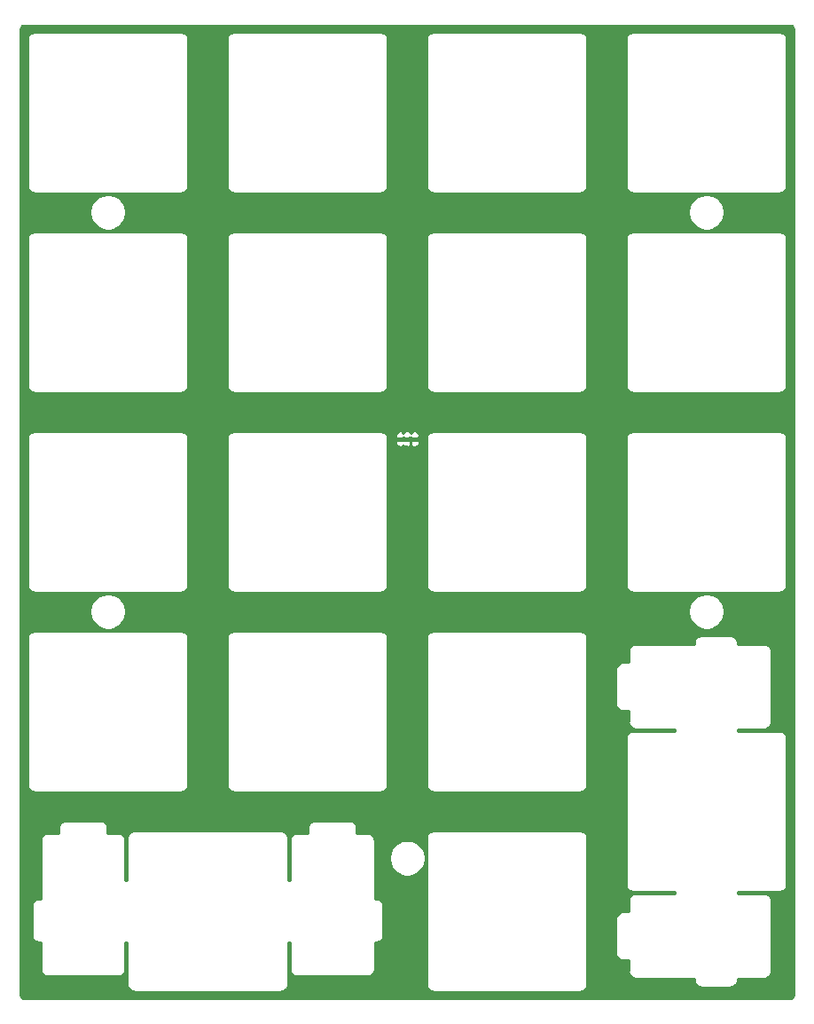
<source format=gbr>
G04 #@! TF.GenerationSoftware,KiCad,Pcbnew,(5.1.7)-1*
G04 #@! TF.CreationDate,2020-12-30T00:14:28-08:00*
G04 #@! TF.ProjectId,plate,706c6174-652e-46b6-9963-61645f706362,rev?*
G04 #@! TF.SameCoordinates,Original*
G04 #@! TF.FileFunction,Copper,L2,Bot*
G04 #@! TF.FilePolarity,Positive*
%FSLAX46Y46*%
G04 Gerber Fmt 4.6, Leading zero omitted, Abs format (unit mm)*
G04 Created by KiCad (PCBNEW (5.1.7)-1) date 2020-12-30 00:14:28*
%MOMM*%
%LPD*%
G01*
G04 APERTURE LIST*
G04 #@! TA.AperFunction,ViaPad*
%ADD10C,0.800000*%
G04 #@! TD*
G04 #@! TA.AperFunction,Conductor*
%ADD11C,0.250000*%
G04 #@! TD*
G04 #@! TA.AperFunction,Conductor*
%ADD12C,0.254000*%
G04 #@! TD*
G04 #@! TA.AperFunction,Conductor*
%ADD13C,0.100000*%
G04 #@! TD*
G04 APERTURE END LIST*
G04 #@! TA.AperFunction,SMDPad,CuDef*
G36*
G01*
X203696808Y-99397527D02*
X203696808Y-99197527D01*
G75*
G02*
X203796808Y-99097527I100000J0D01*
G01*
X204056808Y-99097527D01*
G75*
G02*
X204156808Y-99197527I0J-100000D01*
G01*
X204156808Y-99397527D01*
G75*
G02*
X204056808Y-99497527I-100000J0D01*
G01*
X203796808Y-99497527D01*
G75*
G02*
X203696808Y-99397527I0J100000D01*
G01*
G37*
G04 #@! TD.AperFunction*
G04 #@! TA.AperFunction,SMDPad,CuDef*
G36*
G01*
X203056808Y-99397527D02*
X203056808Y-99197527D01*
G75*
G02*
X203156808Y-99097527I100000J0D01*
G01*
X203416808Y-99097527D01*
G75*
G02*
X203516808Y-99197527I0J-100000D01*
G01*
X203516808Y-99397527D01*
G75*
G02*
X203416808Y-99497527I-100000J0D01*
G01*
X203156808Y-99497527D01*
G75*
G02*
X203056808Y-99397527I0J100000D01*
G01*
G37*
G04 #@! TD.AperFunction*
D10*
X203606808Y-100297527D03*
D11*
X203286808Y-99297527D02*
X203926808Y-99297527D01*
X203926808Y-99977527D02*
X203606808Y-100297527D01*
X203926808Y-99297527D02*
X203926808Y-99977527D01*
D12*
X240216880Y-59842248D02*
X240275119Y-59859831D01*
X240328834Y-59888392D01*
X240375979Y-59926842D01*
X240414757Y-59973717D01*
X240443691Y-60027230D01*
X240461682Y-60085349D01*
X240471334Y-60177180D01*
X240471333Y-152314682D01*
X240462111Y-152408733D01*
X240444527Y-152466974D01*
X240415968Y-152520687D01*
X240377516Y-152567833D01*
X240330643Y-152606610D01*
X240277129Y-152635545D01*
X240219010Y-152653536D01*
X240127188Y-152663187D01*
X167040038Y-152663187D01*
X166945987Y-152653965D01*
X166887746Y-152636381D01*
X166834033Y-152607822D01*
X166786887Y-152569370D01*
X166748110Y-152522497D01*
X166719175Y-152468983D01*
X166701184Y-152410864D01*
X166691533Y-152319042D01*
X166691533Y-143848737D01*
X167742884Y-143848737D01*
X167746199Y-143882394D01*
X167746198Y-146613850D01*
X167742884Y-146647497D01*
X167756110Y-146781780D01*
X167795279Y-146910903D01*
X167858886Y-147029904D01*
X167944487Y-147134208D01*
X168048791Y-147219809D01*
X168167792Y-147283416D01*
X168296915Y-147322585D01*
X168431198Y-147335811D01*
X168464845Y-147332497D01*
X168571659Y-147332497D01*
X168571658Y-149844050D01*
X168568344Y-149877697D01*
X168581570Y-150011980D01*
X168620739Y-150141103D01*
X168684346Y-150260104D01*
X168769947Y-150364408D01*
X168858029Y-150436696D01*
X168874251Y-150450009D01*
X168993252Y-150513616D01*
X169122375Y-150552785D01*
X169256658Y-150566011D01*
X169290305Y-150562697D01*
X175972661Y-150562697D01*
X176006308Y-150566011D01*
X176140591Y-150552785D01*
X176269714Y-150513616D01*
X176388715Y-150450009D01*
X176493019Y-150364408D01*
X176578620Y-150260104D01*
X176642227Y-150141103D01*
X176681396Y-150011980D01*
X176691308Y-149911344D01*
X176691308Y-149911343D01*
X176694622Y-149877697D01*
X176691308Y-149844050D01*
X176691308Y-147332497D01*
X176846808Y-147332497D01*
X176846809Y-151314180D01*
X176843494Y-151347837D01*
X176856720Y-151482120D01*
X176895889Y-151611243D01*
X176959496Y-151730244D01*
X177045097Y-151834548D01*
X177149401Y-151920149D01*
X177268402Y-151983756D01*
X177397525Y-152022925D01*
X177498161Y-152032837D01*
X177531808Y-152036151D01*
X177565455Y-152032837D01*
X191497561Y-152032837D01*
X191531208Y-152036151D01*
X191564855Y-152032837D01*
X191665491Y-152022925D01*
X191794614Y-151983756D01*
X191913615Y-151920149D01*
X192017919Y-151834548D01*
X192103520Y-151730244D01*
X192167127Y-151611243D01*
X192206296Y-151482120D01*
X192219522Y-151347837D01*
X192216208Y-151314190D01*
X192216208Y-147332497D01*
X192371709Y-147332497D01*
X192371708Y-149844050D01*
X192368394Y-149877697D01*
X192381620Y-150011980D01*
X192420789Y-150141103D01*
X192484396Y-150260104D01*
X192569997Y-150364408D01*
X192658079Y-150436696D01*
X192674301Y-150450009D01*
X192793302Y-150513616D01*
X192922425Y-150552785D01*
X193056708Y-150566011D01*
X193090355Y-150562697D01*
X199772761Y-150562697D01*
X199806408Y-150566011D01*
X199940691Y-150552785D01*
X200069814Y-150513616D01*
X200188815Y-150450009D01*
X200293119Y-150364408D01*
X200378720Y-150260104D01*
X200442327Y-150141103D01*
X200481496Y-150011980D01*
X200491408Y-149911344D01*
X200491408Y-149911343D01*
X200494722Y-149877697D01*
X200491408Y-149844050D01*
X200491408Y-147332497D01*
X200598161Y-147332497D01*
X200631808Y-147335811D01*
X200766091Y-147322585D01*
X200895214Y-147283416D01*
X201014215Y-147219809D01*
X201118519Y-147134208D01*
X201204120Y-147029904D01*
X201267727Y-146910903D01*
X201306896Y-146781780D01*
X201316808Y-146681144D01*
X201316808Y-146681143D01*
X201320122Y-146647497D01*
X201316808Y-146613850D01*
X201316808Y-143882383D01*
X201320122Y-143848737D01*
X201306896Y-143714454D01*
X201267727Y-143585331D01*
X201204120Y-143466330D01*
X201118519Y-143362026D01*
X201014215Y-143276425D01*
X200895214Y-143212818D01*
X200766091Y-143173649D01*
X200665455Y-143163737D01*
X200631808Y-143160423D01*
X200598161Y-143163737D01*
X200491408Y-143163737D01*
X200491408Y-139126644D01*
X201871808Y-139126644D01*
X201871808Y-139468410D01*
X201938483Y-139803608D01*
X202069271Y-140119358D01*
X202259145Y-140403525D01*
X202500810Y-140645190D01*
X202784977Y-140835064D01*
X203100727Y-140965852D01*
X203435925Y-141032527D01*
X203777691Y-141032527D01*
X204112889Y-140965852D01*
X204428639Y-140835064D01*
X204712806Y-140645190D01*
X204954471Y-140403525D01*
X205144345Y-140119358D01*
X205275133Y-139803608D01*
X205341808Y-139468410D01*
X205341808Y-139126644D01*
X205275133Y-138791446D01*
X205144345Y-138475696D01*
X204954471Y-138191529D01*
X204712806Y-137949864D01*
X204428639Y-137759990D01*
X204112889Y-137629202D01*
X203777691Y-137562527D01*
X203435925Y-137562527D01*
X203100727Y-137629202D01*
X202784977Y-137759990D01*
X202500810Y-137949864D01*
X202259145Y-138191529D01*
X202069271Y-138475696D01*
X201938483Y-138791446D01*
X201871808Y-139126644D01*
X200491408Y-139126644D01*
X200491408Y-137612313D01*
X200494722Y-137578667D01*
X200481496Y-137444384D01*
X200452373Y-137348377D01*
X205418494Y-137348377D01*
X205421809Y-137382034D01*
X205421808Y-151314190D01*
X205418494Y-151347837D01*
X205431720Y-151482120D01*
X205470889Y-151611243D01*
X205534496Y-151730244D01*
X205620097Y-151834548D01*
X205722433Y-151918534D01*
X205724401Y-151920149D01*
X205843402Y-151983756D01*
X205972525Y-152022925D01*
X206106808Y-152036151D01*
X206140455Y-152032837D01*
X220072461Y-152032837D01*
X220106108Y-152036151D01*
X220240391Y-152022925D01*
X220369514Y-151983756D01*
X220488515Y-151920149D01*
X220592819Y-151834548D01*
X220678420Y-151730244D01*
X220742027Y-151611243D01*
X220781196Y-151482120D01*
X220791108Y-151381484D01*
X220791108Y-151381483D01*
X220794422Y-151347837D01*
X220791108Y-151314190D01*
X220791108Y-137382024D01*
X220794422Y-137348377D01*
X220781196Y-137214094D01*
X220742027Y-137084971D01*
X220678420Y-136965970D01*
X220592819Y-136861666D01*
X220488515Y-136776065D01*
X220369514Y-136712458D01*
X220240391Y-136673289D01*
X220139755Y-136663377D01*
X220106108Y-136660063D01*
X220072461Y-136663377D01*
X206140455Y-136663377D01*
X206106808Y-136660063D01*
X206073161Y-136663377D01*
X205972525Y-136673289D01*
X205843402Y-136712458D01*
X205724401Y-136776065D01*
X205620097Y-136861666D01*
X205534496Y-136965970D01*
X205470889Y-137084971D01*
X205431720Y-137214094D01*
X205418494Y-137348377D01*
X200452373Y-137348377D01*
X200442327Y-137315261D01*
X200378720Y-137196260D01*
X200293119Y-137091956D01*
X200188815Y-137006355D01*
X200069814Y-136942748D01*
X199940691Y-136903579D01*
X199840055Y-136893667D01*
X199806408Y-136890353D01*
X199772761Y-136893667D01*
X198766108Y-136893667D01*
X198766108Y-136412044D01*
X198769422Y-136378397D01*
X198756196Y-136244114D01*
X198717027Y-136114991D01*
X198653420Y-135995990D01*
X198567819Y-135891686D01*
X198463515Y-135806085D01*
X198344514Y-135742478D01*
X198215391Y-135703309D01*
X198114755Y-135693397D01*
X198081108Y-135690083D01*
X198047461Y-135693397D01*
X194815655Y-135693397D01*
X194782008Y-135690083D01*
X194748361Y-135693397D01*
X194647725Y-135703309D01*
X194518602Y-135742478D01*
X194399601Y-135806085D01*
X194295297Y-135891686D01*
X194209696Y-135995990D01*
X194146089Y-136114991D01*
X194106920Y-136244114D01*
X194093694Y-136378397D01*
X194097009Y-136412054D01*
X194097009Y-136893667D01*
X193090355Y-136893667D01*
X193056708Y-136890353D01*
X193023061Y-136893667D01*
X192922425Y-136903579D01*
X192793302Y-136942748D01*
X192674301Y-137006355D01*
X192569997Y-137091956D01*
X192484396Y-137196260D01*
X192420789Y-137315261D01*
X192381620Y-137444384D01*
X192368394Y-137578667D01*
X192371709Y-137612324D01*
X192371708Y-141364007D01*
X192216208Y-141364007D01*
X192216208Y-137382024D01*
X192219522Y-137348377D01*
X192206296Y-137214094D01*
X192167127Y-137084971D01*
X192103520Y-136965970D01*
X192017919Y-136861666D01*
X191913615Y-136776065D01*
X191794614Y-136712458D01*
X191665491Y-136673289D01*
X191564855Y-136663377D01*
X191531208Y-136660063D01*
X191497561Y-136663377D01*
X177565455Y-136663377D01*
X177531808Y-136660063D01*
X177498161Y-136663377D01*
X177397525Y-136673289D01*
X177268402Y-136712458D01*
X177149401Y-136776065D01*
X177045097Y-136861666D01*
X176959496Y-136965970D01*
X176895889Y-137084971D01*
X176856720Y-137214094D01*
X176843494Y-137348377D01*
X176846808Y-137382024D01*
X176846809Y-141364007D01*
X176691308Y-141364007D01*
X176691308Y-137612313D01*
X176694622Y-137578667D01*
X176681396Y-137444384D01*
X176642227Y-137315261D01*
X176578620Y-137196260D01*
X176493019Y-137091956D01*
X176388715Y-137006355D01*
X176269714Y-136942748D01*
X176140591Y-136903579D01*
X176039955Y-136893667D01*
X176006308Y-136890353D01*
X175972661Y-136893667D01*
X174965958Y-136893667D01*
X174965958Y-136412044D01*
X174969272Y-136378397D01*
X174956046Y-136244114D01*
X174916877Y-136114991D01*
X174853270Y-135995990D01*
X174767669Y-135891686D01*
X174663365Y-135806085D01*
X174544364Y-135742478D01*
X174415241Y-135703309D01*
X174314605Y-135693397D01*
X174280958Y-135690083D01*
X174247311Y-135693397D01*
X171015595Y-135693397D01*
X170981948Y-135690083D01*
X170948301Y-135693397D01*
X170847665Y-135703309D01*
X170718542Y-135742478D01*
X170599541Y-135806085D01*
X170495237Y-135891686D01*
X170409636Y-135995990D01*
X170346029Y-136114991D01*
X170306860Y-136244114D01*
X170293634Y-136378397D01*
X170296949Y-136412054D01*
X170296949Y-136893667D01*
X169290305Y-136893667D01*
X169256658Y-136890353D01*
X169223011Y-136893667D01*
X169122375Y-136903579D01*
X168993252Y-136942748D01*
X168874251Y-137006355D01*
X168769947Y-137091956D01*
X168684346Y-137196260D01*
X168620739Y-137315261D01*
X168581570Y-137444384D01*
X168568344Y-137578667D01*
X168571659Y-137612324D01*
X168571658Y-143163737D01*
X168464845Y-143163737D01*
X168431198Y-143160423D01*
X168397551Y-143163737D01*
X168296915Y-143173649D01*
X168167792Y-143212818D01*
X168048791Y-143276425D01*
X167944487Y-143362026D01*
X167858886Y-143466330D01*
X167795279Y-143585331D01*
X167756110Y-143714454D01*
X167742884Y-143848737D01*
X166691533Y-143848737D01*
X166691533Y-118298477D01*
X167318444Y-118298477D01*
X167321759Y-118332134D01*
X167321758Y-132264230D01*
X167318444Y-132297877D01*
X167331670Y-132432160D01*
X167370839Y-132561283D01*
X167434446Y-132680284D01*
X167520047Y-132784588D01*
X167624351Y-132870189D01*
X167743352Y-132933796D01*
X167872475Y-132972965D01*
X168006758Y-132986191D01*
X168040405Y-132982877D01*
X181972661Y-132982877D01*
X182006308Y-132986191D01*
X182140591Y-132972965D01*
X182269714Y-132933796D01*
X182388715Y-132870189D01*
X182493019Y-132784588D01*
X182578620Y-132680284D01*
X182642227Y-132561283D01*
X182681396Y-132432160D01*
X182691308Y-132331524D01*
X182691308Y-132331523D01*
X182694622Y-132297877D01*
X182691308Y-132264230D01*
X182691308Y-118332124D01*
X182694622Y-118298477D01*
X186368494Y-118298477D01*
X186371809Y-118332134D01*
X186371808Y-132264230D01*
X186368494Y-132297877D01*
X186381720Y-132432160D01*
X186420889Y-132561283D01*
X186484496Y-132680284D01*
X186570097Y-132784588D01*
X186674401Y-132870189D01*
X186793402Y-132933796D01*
X186922525Y-132972965D01*
X187056808Y-132986191D01*
X187090455Y-132982877D01*
X201022461Y-132982877D01*
X201056108Y-132986191D01*
X201190391Y-132972965D01*
X201319514Y-132933796D01*
X201438515Y-132870189D01*
X201542819Y-132784588D01*
X201628420Y-132680284D01*
X201692027Y-132561283D01*
X201731196Y-132432160D01*
X201741108Y-132331524D01*
X201741108Y-132331523D01*
X201744422Y-132297877D01*
X201741108Y-132264230D01*
X201741108Y-118332124D01*
X201744422Y-118298477D01*
X205418494Y-118298477D01*
X205421809Y-118332134D01*
X205421808Y-132264230D01*
X205418494Y-132297877D01*
X205431720Y-132432160D01*
X205470889Y-132561283D01*
X205534496Y-132680284D01*
X205620097Y-132784588D01*
X205724401Y-132870189D01*
X205843402Y-132933796D01*
X205972525Y-132972965D01*
X206106808Y-132986191D01*
X206140455Y-132982877D01*
X220072461Y-132982877D01*
X220106108Y-132986191D01*
X220240391Y-132972965D01*
X220369514Y-132933796D01*
X220488515Y-132870189D01*
X220592819Y-132784588D01*
X220678420Y-132680284D01*
X220742027Y-132561283D01*
X220781196Y-132432160D01*
X220791108Y-132331524D01*
X220791108Y-132331523D01*
X220794422Y-132297877D01*
X220791108Y-132264230D01*
X220791108Y-121273577D01*
X223498394Y-121273577D01*
X223501708Y-121307224D01*
X223501709Y-124538920D01*
X223498394Y-124572577D01*
X223511620Y-124706860D01*
X223550789Y-124835983D01*
X223614396Y-124954984D01*
X223699997Y-125059288D01*
X223804301Y-125144889D01*
X223923302Y-125208496D01*
X224052425Y-125247665D01*
X224153061Y-125257577D01*
X224186708Y-125260891D01*
X224220355Y-125257577D01*
X224701808Y-125257577D01*
X224701809Y-126264220D01*
X224698494Y-126297877D01*
X224711720Y-126432160D01*
X224750889Y-126561283D01*
X224814496Y-126680284D01*
X224900097Y-126784588D01*
X225004401Y-126870189D01*
X225123402Y-126933796D01*
X225252525Y-126972965D01*
X225353161Y-126982877D01*
X225386808Y-126986191D01*
X225420455Y-126982877D01*
X229172208Y-126982877D01*
X229172209Y-127138377D01*
X225190455Y-127138377D01*
X225156808Y-127135063D01*
X225123161Y-127138377D01*
X225022525Y-127148289D01*
X224893402Y-127187458D01*
X224774401Y-127251065D01*
X224670097Y-127336666D01*
X224584496Y-127440970D01*
X224520889Y-127559971D01*
X224481720Y-127689094D01*
X224468494Y-127823377D01*
X224471808Y-127857023D01*
X224471809Y-141789220D01*
X224468494Y-141822877D01*
X224481720Y-141957160D01*
X224520889Y-142086283D01*
X224584496Y-142205284D01*
X224670097Y-142309588D01*
X224774401Y-142395189D01*
X224893402Y-142458796D01*
X225022525Y-142497965D01*
X225123161Y-142507877D01*
X225156808Y-142511191D01*
X225190455Y-142507877D01*
X229172208Y-142507877D01*
X229172209Y-142663377D01*
X225420455Y-142663377D01*
X225386808Y-142660063D01*
X225353161Y-142663377D01*
X225252525Y-142673289D01*
X225123402Y-142712458D01*
X225004401Y-142776065D01*
X224900097Y-142861666D01*
X224814496Y-142965970D01*
X224750889Y-143084971D01*
X224711720Y-143214094D01*
X224698494Y-143348377D01*
X224701808Y-143382023D01*
X224701809Y-144388627D01*
X224220355Y-144388627D01*
X224186708Y-144385313D01*
X224153061Y-144388627D01*
X224052425Y-144398539D01*
X223923302Y-144437708D01*
X223804301Y-144501315D01*
X223699997Y-144586916D01*
X223614396Y-144691220D01*
X223550789Y-144810221D01*
X223511620Y-144939344D01*
X223498394Y-145073627D01*
X223501708Y-145107274D01*
X223501709Y-148339010D01*
X223498394Y-148372667D01*
X223511620Y-148506950D01*
X223550789Y-148636073D01*
X223614396Y-148755074D01*
X223699997Y-148859378D01*
X223804301Y-148944979D01*
X223923302Y-149008586D01*
X224052425Y-149047755D01*
X224153061Y-149057667D01*
X224186708Y-149060981D01*
X224220355Y-149057667D01*
X224701808Y-149057667D01*
X224701809Y-150064300D01*
X224698494Y-150097957D01*
X224711720Y-150232240D01*
X224750889Y-150361363D01*
X224814496Y-150480364D01*
X224900097Y-150584668D01*
X225004401Y-150670269D01*
X225123402Y-150733876D01*
X225252525Y-150773045D01*
X225353161Y-150782957D01*
X225386808Y-150786271D01*
X225420455Y-150782957D01*
X230972108Y-150782957D01*
X230972108Y-150889760D01*
X230968794Y-150923407D01*
X230982020Y-151057690D01*
X231021189Y-151186813D01*
X231084796Y-151305814D01*
X231170397Y-151410118D01*
X231274701Y-151495719D01*
X231393702Y-151559326D01*
X231522825Y-151598495D01*
X231623461Y-151608407D01*
X231657108Y-151611721D01*
X231690755Y-151608407D01*
X234423461Y-151608407D01*
X234457108Y-151611721D01*
X234490755Y-151608407D01*
X234591391Y-151598495D01*
X234720514Y-151559326D01*
X234839515Y-151495719D01*
X234943819Y-151410118D01*
X235029420Y-151305814D01*
X235093027Y-151186813D01*
X235132196Y-151057690D01*
X235145422Y-150923407D01*
X235142108Y-150889760D01*
X235142108Y-150782957D01*
X237653461Y-150782957D01*
X237687108Y-150786271D01*
X237720755Y-150782957D01*
X237821391Y-150773045D01*
X237950514Y-150733876D01*
X238069515Y-150670269D01*
X238173819Y-150584668D01*
X238259420Y-150480364D01*
X238323027Y-150361363D01*
X238362196Y-150232240D01*
X238371172Y-150141103D01*
X238372108Y-150131604D01*
X238372108Y-150131603D01*
X238375422Y-150097957D01*
X238372108Y-150064310D01*
X238372108Y-143382023D01*
X238375422Y-143348377D01*
X238362196Y-143214094D01*
X238323027Y-143084971D01*
X238259420Y-142965970D01*
X238173819Y-142861666D01*
X238069515Y-142776065D01*
X237950514Y-142712458D01*
X237821391Y-142673289D01*
X237720755Y-142663377D01*
X237687108Y-142660063D01*
X237653461Y-142663377D01*
X235142108Y-142663377D01*
X235142108Y-142507877D01*
X239122461Y-142507877D01*
X239156108Y-142511191D01*
X239189755Y-142507877D01*
X239290391Y-142497965D01*
X239419514Y-142458796D01*
X239538515Y-142395189D01*
X239642819Y-142309588D01*
X239728420Y-142205284D01*
X239792027Y-142086283D01*
X239831196Y-141957160D01*
X239844422Y-141822877D01*
X239841108Y-141789230D01*
X239841108Y-127857023D01*
X239844422Y-127823377D01*
X239831196Y-127689094D01*
X239792027Y-127559971D01*
X239728420Y-127440970D01*
X239642819Y-127336666D01*
X239538515Y-127251065D01*
X239419514Y-127187458D01*
X239290391Y-127148289D01*
X239189755Y-127138377D01*
X239156108Y-127135063D01*
X239122461Y-127138377D01*
X235142108Y-127138377D01*
X235142108Y-126982877D01*
X237653461Y-126982877D01*
X237687108Y-126986191D01*
X237720755Y-126982877D01*
X237821391Y-126972965D01*
X237950514Y-126933796D01*
X238069515Y-126870189D01*
X238173819Y-126784588D01*
X238259420Y-126680284D01*
X238323027Y-126561283D01*
X238362196Y-126432160D01*
X238375422Y-126297877D01*
X238372108Y-126264230D01*
X238372108Y-119581823D01*
X238375422Y-119548177D01*
X238362196Y-119413894D01*
X238323027Y-119284771D01*
X238259420Y-119165770D01*
X238173819Y-119061466D01*
X238069515Y-118975865D01*
X237950514Y-118912258D01*
X237821391Y-118873089D01*
X237720755Y-118863177D01*
X237687108Y-118859863D01*
X237653461Y-118863177D01*
X235142108Y-118863177D01*
X235142108Y-118756424D01*
X235145422Y-118722777D01*
X235132196Y-118588494D01*
X235093027Y-118459371D01*
X235029420Y-118340370D01*
X234943819Y-118236066D01*
X234839515Y-118150465D01*
X234720514Y-118086858D01*
X234591391Y-118047689D01*
X234490755Y-118037777D01*
X234457108Y-118034463D01*
X234423461Y-118037777D01*
X231690755Y-118037777D01*
X231657108Y-118034463D01*
X231623461Y-118037777D01*
X231522825Y-118047689D01*
X231393702Y-118086858D01*
X231274701Y-118150465D01*
X231170397Y-118236066D01*
X231084796Y-118340370D01*
X231021189Y-118459371D01*
X230982020Y-118588494D01*
X230968794Y-118722777D01*
X230972108Y-118756424D01*
X230972108Y-118863177D01*
X225420455Y-118863177D01*
X225386808Y-118859863D01*
X225353161Y-118863177D01*
X225252525Y-118873089D01*
X225123402Y-118912258D01*
X225004401Y-118975865D01*
X224900097Y-119061466D01*
X224814496Y-119165770D01*
X224750889Y-119284771D01*
X224711720Y-119413894D01*
X224698494Y-119548177D01*
X224701808Y-119581823D01*
X224701809Y-120588577D01*
X224220355Y-120588577D01*
X224186708Y-120585263D01*
X224153061Y-120588577D01*
X224052425Y-120598489D01*
X223923302Y-120637658D01*
X223804301Y-120701265D01*
X223699997Y-120786866D01*
X223614396Y-120891170D01*
X223550789Y-121010171D01*
X223511620Y-121139294D01*
X223498394Y-121273577D01*
X220791108Y-121273577D01*
X220791108Y-118332124D01*
X220794422Y-118298477D01*
X220781196Y-118164194D01*
X220742027Y-118035071D01*
X220678420Y-117916070D01*
X220592819Y-117811766D01*
X220488515Y-117726165D01*
X220369514Y-117662558D01*
X220240391Y-117623389D01*
X220139755Y-117613477D01*
X220106108Y-117610163D01*
X220072461Y-117613477D01*
X206140455Y-117613477D01*
X206106808Y-117610163D01*
X206073161Y-117613477D01*
X205972525Y-117623389D01*
X205843402Y-117662558D01*
X205724401Y-117726165D01*
X205620097Y-117811766D01*
X205534496Y-117916070D01*
X205470889Y-118035071D01*
X205431720Y-118164194D01*
X205418494Y-118298477D01*
X201744422Y-118298477D01*
X201731196Y-118164194D01*
X201692027Y-118035071D01*
X201628420Y-117916070D01*
X201542819Y-117811766D01*
X201438515Y-117726165D01*
X201319514Y-117662558D01*
X201190391Y-117623389D01*
X201089755Y-117613477D01*
X201056108Y-117610163D01*
X201022461Y-117613477D01*
X187090455Y-117613477D01*
X187056808Y-117610163D01*
X187023161Y-117613477D01*
X186922525Y-117623389D01*
X186793402Y-117662558D01*
X186674401Y-117726165D01*
X186570097Y-117811766D01*
X186484496Y-117916070D01*
X186420889Y-118035071D01*
X186381720Y-118164194D01*
X186368494Y-118298477D01*
X182694622Y-118298477D01*
X182681396Y-118164194D01*
X182642227Y-118035071D01*
X182578620Y-117916070D01*
X182493019Y-117811766D01*
X182388715Y-117726165D01*
X182269714Y-117662558D01*
X182140591Y-117623389D01*
X182039955Y-117613477D01*
X182006308Y-117610163D01*
X181972661Y-117613477D01*
X168040405Y-117613477D01*
X168006758Y-117610163D01*
X167973111Y-117613477D01*
X167872475Y-117623389D01*
X167743352Y-117662558D01*
X167624351Y-117726165D01*
X167520047Y-117811766D01*
X167434446Y-117916070D01*
X167370839Y-118035071D01*
X167331670Y-118164194D01*
X167318444Y-118298477D01*
X166691533Y-118298477D01*
X166691533Y-115602144D01*
X173271532Y-115602144D01*
X173271532Y-115943910D01*
X173338207Y-116279108D01*
X173468995Y-116594858D01*
X173658869Y-116879025D01*
X173900534Y-117120690D01*
X174184701Y-117310564D01*
X174500451Y-117441352D01*
X174835649Y-117508027D01*
X175177415Y-117508027D01*
X175512613Y-117441352D01*
X175828363Y-117310564D01*
X176112530Y-117120690D01*
X176354195Y-116879025D01*
X176544069Y-116594858D01*
X176674857Y-116279108D01*
X176741532Y-115943910D01*
X176741532Y-115602144D01*
X230421333Y-115602144D01*
X230421333Y-115943910D01*
X230488008Y-116279108D01*
X230618796Y-116594858D01*
X230808670Y-116879025D01*
X231050335Y-117120690D01*
X231334502Y-117310564D01*
X231650252Y-117441352D01*
X231985450Y-117508027D01*
X232327216Y-117508027D01*
X232662414Y-117441352D01*
X232978164Y-117310564D01*
X233262331Y-117120690D01*
X233503996Y-116879025D01*
X233693870Y-116594858D01*
X233824658Y-116279108D01*
X233891333Y-115943910D01*
X233891333Y-115602144D01*
X233824658Y-115266946D01*
X233693870Y-114951196D01*
X233503996Y-114667029D01*
X233262331Y-114425364D01*
X232978164Y-114235490D01*
X232662414Y-114104702D01*
X232327216Y-114038027D01*
X231985450Y-114038027D01*
X231650252Y-114104702D01*
X231334502Y-114235490D01*
X231050335Y-114425364D01*
X230808670Y-114667029D01*
X230618796Y-114951196D01*
X230488008Y-115266946D01*
X230421333Y-115602144D01*
X176741532Y-115602144D01*
X176674857Y-115266946D01*
X176544069Y-114951196D01*
X176354195Y-114667029D01*
X176112530Y-114425364D01*
X175828363Y-114235490D01*
X175512613Y-114104702D01*
X175177415Y-114038027D01*
X174835649Y-114038027D01*
X174500451Y-114104702D01*
X174184701Y-114235490D01*
X173900534Y-114425364D01*
X173658869Y-114667029D01*
X173468995Y-114951196D01*
X173338207Y-115266946D01*
X173271532Y-115602144D01*
X166691533Y-115602144D01*
X166691533Y-99248377D01*
X167318444Y-99248377D01*
X167321759Y-99282034D01*
X167321758Y-113214030D01*
X167318444Y-113247677D01*
X167331670Y-113381960D01*
X167370839Y-113511083D01*
X167434446Y-113630084D01*
X167520047Y-113734388D01*
X167624351Y-113819989D01*
X167743352Y-113883596D01*
X167872475Y-113922765D01*
X168006758Y-113935991D01*
X168040405Y-113932677D01*
X181972661Y-113932677D01*
X182006308Y-113935991D01*
X182140591Y-113922765D01*
X182269714Y-113883596D01*
X182388715Y-113819989D01*
X182493019Y-113734388D01*
X182578620Y-113630084D01*
X182642227Y-113511083D01*
X182681396Y-113381960D01*
X182691308Y-113281324D01*
X182691308Y-113281323D01*
X182694622Y-113247677D01*
X182691308Y-113214030D01*
X182691308Y-99282024D01*
X182694622Y-99248377D01*
X186368494Y-99248377D01*
X186371809Y-99282034D01*
X186371808Y-113214030D01*
X186368494Y-113247677D01*
X186381720Y-113381960D01*
X186420889Y-113511083D01*
X186484496Y-113630084D01*
X186570097Y-113734388D01*
X186674401Y-113819989D01*
X186793402Y-113883596D01*
X186922525Y-113922765D01*
X187056808Y-113935991D01*
X187090455Y-113932677D01*
X201022461Y-113932677D01*
X201056108Y-113935991D01*
X201190391Y-113922765D01*
X201319514Y-113883596D01*
X201438515Y-113819989D01*
X201542819Y-113734388D01*
X201628420Y-113630084D01*
X201692027Y-113511083D01*
X201731196Y-113381960D01*
X201741108Y-113281324D01*
X201741108Y-113281323D01*
X201744422Y-113247677D01*
X201741108Y-113214030D01*
X201741108Y-99529277D01*
X202421808Y-99529277D01*
X202434867Y-99640094D01*
X202474631Y-99758690D01*
X202536768Y-99867249D01*
X202618889Y-99961599D01*
X202717840Y-100038116D01*
X202829817Y-100093858D01*
X202950517Y-100126684D01*
X203025058Y-100132527D01*
X203183808Y-99973777D01*
X203183808Y-99875337D01*
X203258889Y-99961599D01*
X203357840Y-100038116D01*
X203469817Y-100093858D01*
X203524858Y-100108827D01*
X203548558Y-100132527D01*
X203606808Y-100127961D01*
X203665058Y-100132527D01*
X203688758Y-100108827D01*
X203743799Y-100093858D01*
X203855776Y-100038116D01*
X203954727Y-99961599D01*
X204029808Y-99875337D01*
X204029808Y-99973777D01*
X204188558Y-100132527D01*
X204263099Y-100126684D01*
X204383799Y-100093858D01*
X204495776Y-100038116D01*
X204594727Y-99961599D01*
X204676848Y-99867249D01*
X204738985Y-99758690D01*
X204778749Y-99640094D01*
X204791808Y-99529277D01*
X204633058Y-99370527D01*
X204029808Y-99370527D01*
X204029808Y-99407277D01*
X203993058Y-99370527D01*
X203220558Y-99370527D01*
X203183808Y-99407277D01*
X203183808Y-99370527D01*
X202580558Y-99370527D01*
X202421808Y-99529277D01*
X201741108Y-99529277D01*
X201741108Y-99282024D01*
X201744422Y-99248377D01*
X205418494Y-99248377D01*
X205421809Y-99282034D01*
X205421808Y-113214030D01*
X205418494Y-113247677D01*
X205431720Y-113381960D01*
X205470889Y-113511083D01*
X205534496Y-113630084D01*
X205620097Y-113734388D01*
X205724401Y-113819989D01*
X205843402Y-113883596D01*
X205972525Y-113922765D01*
X206106808Y-113935991D01*
X206140455Y-113932677D01*
X220072461Y-113932677D01*
X220106108Y-113935991D01*
X220240391Y-113922765D01*
X220369514Y-113883596D01*
X220488515Y-113819989D01*
X220592819Y-113734388D01*
X220678420Y-113630084D01*
X220742027Y-113511083D01*
X220781196Y-113381960D01*
X220791108Y-113281324D01*
X220791108Y-113281323D01*
X220794422Y-113247677D01*
X220791108Y-113214030D01*
X220791108Y-99282024D01*
X220794422Y-99248377D01*
X224468494Y-99248377D01*
X224471809Y-99282034D01*
X224471808Y-113214030D01*
X224468494Y-113247677D01*
X224481720Y-113381960D01*
X224520889Y-113511083D01*
X224584496Y-113630084D01*
X224670097Y-113734388D01*
X224774401Y-113819989D01*
X224893402Y-113883596D01*
X225022525Y-113922765D01*
X225156808Y-113935991D01*
X225190455Y-113932677D01*
X239122461Y-113932677D01*
X239156108Y-113935991D01*
X239290391Y-113922765D01*
X239419514Y-113883596D01*
X239538515Y-113819989D01*
X239642819Y-113734388D01*
X239728420Y-113630084D01*
X239792027Y-113511083D01*
X239831196Y-113381960D01*
X239841108Y-113281324D01*
X239841108Y-113281323D01*
X239844422Y-113247677D01*
X239841108Y-113214030D01*
X239841108Y-99282024D01*
X239844422Y-99248377D01*
X239831196Y-99114094D01*
X239792027Y-98984971D01*
X239728420Y-98865970D01*
X239642819Y-98761666D01*
X239538515Y-98676065D01*
X239419514Y-98612458D01*
X239290391Y-98573289D01*
X239189755Y-98563377D01*
X239156108Y-98560063D01*
X239122461Y-98563377D01*
X225190455Y-98563377D01*
X225156808Y-98560063D01*
X225123161Y-98563377D01*
X225022525Y-98573289D01*
X224893402Y-98612458D01*
X224774401Y-98676065D01*
X224670097Y-98761666D01*
X224584496Y-98865970D01*
X224520889Y-98984971D01*
X224481720Y-99114094D01*
X224468494Y-99248377D01*
X220794422Y-99248377D01*
X220781196Y-99114094D01*
X220742027Y-98984971D01*
X220678420Y-98865970D01*
X220592819Y-98761666D01*
X220488515Y-98676065D01*
X220369514Y-98612458D01*
X220240391Y-98573289D01*
X220139755Y-98563377D01*
X220106108Y-98560063D01*
X220072461Y-98563377D01*
X206140455Y-98563377D01*
X206106808Y-98560063D01*
X206073161Y-98563377D01*
X205972525Y-98573289D01*
X205843402Y-98612458D01*
X205724401Y-98676065D01*
X205620097Y-98761666D01*
X205534496Y-98865970D01*
X205470889Y-98984971D01*
X205431720Y-99114094D01*
X205418494Y-99248377D01*
X201744422Y-99248377D01*
X201731196Y-99114094D01*
X201716540Y-99065777D01*
X202421808Y-99065777D01*
X202580558Y-99224527D01*
X203183808Y-99224527D01*
X203183808Y-99187777D01*
X203220558Y-99224527D01*
X203993058Y-99224527D01*
X204029808Y-99187777D01*
X204029808Y-99224527D01*
X204633058Y-99224527D01*
X204791808Y-99065777D01*
X204778749Y-98954960D01*
X204738985Y-98836364D01*
X204676848Y-98727805D01*
X204594727Y-98633455D01*
X204495776Y-98556938D01*
X204383799Y-98501196D01*
X204263099Y-98468370D01*
X204188558Y-98462527D01*
X204029808Y-98621277D01*
X204029808Y-98719717D01*
X203954727Y-98633455D01*
X203855776Y-98556938D01*
X203743799Y-98501196D01*
X203688758Y-98486227D01*
X203665058Y-98462527D01*
X203606808Y-98467093D01*
X203548558Y-98462527D01*
X203524858Y-98486227D01*
X203469817Y-98501196D01*
X203357840Y-98556938D01*
X203258889Y-98633455D01*
X203183808Y-98719717D01*
X203183808Y-98621277D01*
X203025058Y-98462527D01*
X202950517Y-98468370D01*
X202829817Y-98501196D01*
X202717840Y-98556938D01*
X202618889Y-98633455D01*
X202536768Y-98727805D01*
X202474631Y-98836364D01*
X202434867Y-98954960D01*
X202421808Y-99065777D01*
X201716540Y-99065777D01*
X201692027Y-98984971D01*
X201628420Y-98865970D01*
X201542819Y-98761666D01*
X201438515Y-98676065D01*
X201319514Y-98612458D01*
X201190391Y-98573289D01*
X201089755Y-98563377D01*
X201056108Y-98560063D01*
X201022461Y-98563377D01*
X187090455Y-98563377D01*
X187056808Y-98560063D01*
X187023161Y-98563377D01*
X186922525Y-98573289D01*
X186793402Y-98612458D01*
X186674401Y-98676065D01*
X186570097Y-98761666D01*
X186484496Y-98865970D01*
X186420889Y-98984971D01*
X186381720Y-99114094D01*
X186368494Y-99248377D01*
X182694622Y-99248377D01*
X182681396Y-99114094D01*
X182642227Y-98984971D01*
X182578620Y-98865970D01*
X182493019Y-98761666D01*
X182388715Y-98676065D01*
X182269714Y-98612458D01*
X182140591Y-98573289D01*
X182039955Y-98563377D01*
X182006308Y-98560063D01*
X181972661Y-98563377D01*
X168040405Y-98563377D01*
X168006758Y-98560063D01*
X167973111Y-98563377D01*
X167872475Y-98573289D01*
X167743352Y-98612458D01*
X167624351Y-98676065D01*
X167520047Y-98761666D01*
X167434446Y-98865970D01*
X167370839Y-98984971D01*
X167331670Y-99114094D01*
X167318444Y-99248377D01*
X166691533Y-99248377D01*
X166691533Y-80196977D01*
X167318444Y-80196977D01*
X167321759Y-80230634D01*
X167321758Y-94164030D01*
X167318444Y-94197677D01*
X167331670Y-94331960D01*
X167370839Y-94461083D01*
X167434446Y-94580084D01*
X167520047Y-94684388D01*
X167624351Y-94769989D01*
X167743352Y-94833596D01*
X167872475Y-94872765D01*
X168006758Y-94885991D01*
X168040405Y-94882677D01*
X181972661Y-94882677D01*
X182006308Y-94885991D01*
X182140591Y-94872765D01*
X182269714Y-94833596D01*
X182388715Y-94769989D01*
X182493019Y-94684388D01*
X182578620Y-94580084D01*
X182642227Y-94461083D01*
X182681396Y-94331960D01*
X182691308Y-94231324D01*
X182691308Y-94231323D01*
X182694622Y-94197677D01*
X182691308Y-94164030D01*
X182691308Y-80230624D01*
X182694622Y-80196977D01*
X186368494Y-80196977D01*
X186371809Y-80230634D01*
X186371808Y-94164030D01*
X186368494Y-94197677D01*
X186381720Y-94331960D01*
X186420889Y-94461083D01*
X186484496Y-94580084D01*
X186570097Y-94684388D01*
X186674401Y-94769989D01*
X186793402Y-94833596D01*
X186922525Y-94872765D01*
X187056808Y-94885991D01*
X187090455Y-94882677D01*
X201022461Y-94882677D01*
X201056108Y-94885991D01*
X201190391Y-94872765D01*
X201319514Y-94833596D01*
X201438515Y-94769989D01*
X201542819Y-94684388D01*
X201628420Y-94580084D01*
X201692027Y-94461083D01*
X201731196Y-94331960D01*
X201741108Y-94231324D01*
X201741108Y-94231323D01*
X201744422Y-94197677D01*
X201741108Y-94164030D01*
X201741108Y-80230624D01*
X201744422Y-80196977D01*
X205418494Y-80196977D01*
X205421809Y-80230634D01*
X205421808Y-94164030D01*
X205418494Y-94197677D01*
X205431720Y-94331960D01*
X205470889Y-94461083D01*
X205534496Y-94580084D01*
X205620097Y-94684388D01*
X205724401Y-94769989D01*
X205843402Y-94833596D01*
X205972525Y-94872765D01*
X206106808Y-94885991D01*
X206140455Y-94882677D01*
X220072461Y-94882677D01*
X220106108Y-94885991D01*
X220240391Y-94872765D01*
X220369514Y-94833596D01*
X220488515Y-94769989D01*
X220592819Y-94684388D01*
X220678420Y-94580084D01*
X220742027Y-94461083D01*
X220781196Y-94331960D01*
X220791108Y-94231324D01*
X220791108Y-94231323D01*
X220794422Y-94197677D01*
X220791108Y-94164030D01*
X220791108Y-80230624D01*
X220794422Y-80196977D01*
X224468494Y-80196977D01*
X224471809Y-80230634D01*
X224471808Y-94164030D01*
X224468494Y-94197677D01*
X224481720Y-94331960D01*
X224520889Y-94461083D01*
X224584496Y-94580084D01*
X224670097Y-94684388D01*
X224774401Y-94769989D01*
X224893402Y-94833596D01*
X225022525Y-94872765D01*
X225156808Y-94885991D01*
X225190455Y-94882677D01*
X239122461Y-94882677D01*
X239156108Y-94885991D01*
X239290391Y-94872765D01*
X239419514Y-94833596D01*
X239538515Y-94769989D01*
X239642819Y-94684388D01*
X239728420Y-94580084D01*
X239792027Y-94461083D01*
X239831196Y-94331960D01*
X239841108Y-94231324D01*
X239841108Y-94231323D01*
X239844422Y-94197677D01*
X239841108Y-94164030D01*
X239841108Y-80230624D01*
X239844422Y-80196977D01*
X239831196Y-80062694D01*
X239792027Y-79933571D01*
X239728420Y-79814570D01*
X239642819Y-79710266D01*
X239538515Y-79624665D01*
X239419514Y-79561058D01*
X239290391Y-79521889D01*
X239189755Y-79511977D01*
X239156108Y-79508663D01*
X239122461Y-79511977D01*
X225190455Y-79511977D01*
X225156808Y-79508663D01*
X225123161Y-79511977D01*
X225022525Y-79521889D01*
X224893402Y-79561058D01*
X224774401Y-79624665D01*
X224670097Y-79710266D01*
X224584496Y-79814570D01*
X224520889Y-79933571D01*
X224481720Y-80062694D01*
X224468494Y-80196977D01*
X220794422Y-80196977D01*
X220781196Y-80062694D01*
X220742027Y-79933571D01*
X220678420Y-79814570D01*
X220592819Y-79710266D01*
X220488515Y-79624665D01*
X220369514Y-79561058D01*
X220240391Y-79521889D01*
X220139755Y-79511977D01*
X220106108Y-79508663D01*
X220072461Y-79511977D01*
X206140455Y-79511977D01*
X206106808Y-79508663D01*
X206073161Y-79511977D01*
X205972525Y-79521889D01*
X205843402Y-79561058D01*
X205724401Y-79624665D01*
X205620097Y-79710266D01*
X205534496Y-79814570D01*
X205470889Y-79933571D01*
X205431720Y-80062694D01*
X205418494Y-80196977D01*
X201744422Y-80196977D01*
X201731196Y-80062694D01*
X201692027Y-79933571D01*
X201628420Y-79814570D01*
X201542819Y-79710266D01*
X201438515Y-79624665D01*
X201319514Y-79561058D01*
X201190391Y-79521889D01*
X201089755Y-79511977D01*
X201056108Y-79508663D01*
X201022461Y-79511977D01*
X187090455Y-79511977D01*
X187056808Y-79508663D01*
X187023161Y-79511977D01*
X186922525Y-79521889D01*
X186793402Y-79561058D01*
X186674401Y-79624665D01*
X186570097Y-79710266D01*
X186484496Y-79814570D01*
X186420889Y-79933571D01*
X186381720Y-80062694D01*
X186368494Y-80196977D01*
X182694622Y-80196977D01*
X182681396Y-80062694D01*
X182642227Y-79933571D01*
X182578620Y-79814570D01*
X182493019Y-79710266D01*
X182388715Y-79624665D01*
X182269714Y-79561058D01*
X182140591Y-79521889D01*
X182039955Y-79511977D01*
X182006308Y-79508663D01*
X181972661Y-79511977D01*
X168040405Y-79511977D01*
X168006758Y-79508663D01*
X167973111Y-79511977D01*
X167872475Y-79521889D01*
X167743352Y-79561058D01*
X167624351Y-79624665D01*
X167520047Y-79710266D01*
X167434446Y-79814570D01*
X167370839Y-79933571D01*
X167331670Y-80062694D01*
X167318444Y-80196977D01*
X166691533Y-80196977D01*
X166691533Y-77502144D01*
X173271533Y-77502144D01*
X173271533Y-77843910D01*
X173338208Y-78179108D01*
X173468996Y-78494858D01*
X173658870Y-78779025D01*
X173900535Y-79020690D01*
X174184702Y-79210564D01*
X174500452Y-79341352D01*
X174835650Y-79408027D01*
X175177416Y-79408027D01*
X175512614Y-79341352D01*
X175828364Y-79210564D01*
X176112531Y-79020690D01*
X176354196Y-78779025D01*
X176544070Y-78494858D01*
X176674858Y-78179108D01*
X176741533Y-77843910D01*
X176741533Y-77502144D01*
X230421333Y-77502144D01*
X230421333Y-77843910D01*
X230488008Y-78179108D01*
X230618796Y-78494858D01*
X230808670Y-78779025D01*
X231050335Y-79020690D01*
X231334502Y-79210564D01*
X231650252Y-79341352D01*
X231985450Y-79408027D01*
X232327216Y-79408027D01*
X232662414Y-79341352D01*
X232978164Y-79210564D01*
X233262331Y-79020690D01*
X233503996Y-78779025D01*
X233693870Y-78494858D01*
X233824658Y-78179108D01*
X233891333Y-77843910D01*
X233891333Y-77502144D01*
X233824658Y-77166946D01*
X233693870Y-76851196D01*
X233503996Y-76567029D01*
X233262331Y-76325364D01*
X232978164Y-76135490D01*
X232662414Y-76004702D01*
X232327216Y-75938027D01*
X231985450Y-75938027D01*
X231650252Y-76004702D01*
X231334502Y-76135490D01*
X231050335Y-76325364D01*
X230808670Y-76567029D01*
X230618796Y-76851196D01*
X230488008Y-77166946D01*
X230421333Y-77502144D01*
X176741533Y-77502144D01*
X176674858Y-77166946D01*
X176544070Y-76851196D01*
X176354196Y-76567029D01*
X176112531Y-76325364D01*
X175828364Y-76135490D01*
X175512614Y-76004702D01*
X175177416Y-75938027D01*
X174835650Y-75938027D01*
X174500452Y-76004702D01*
X174184702Y-76135490D01*
X173900535Y-76325364D01*
X173658870Y-76567029D01*
X173468996Y-76851196D01*
X173338208Y-77166946D01*
X173271533Y-77502144D01*
X166691533Y-77502144D01*
X166691533Y-61148377D01*
X167318444Y-61148377D01*
X167321759Y-61182034D01*
X167321758Y-75114030D01*
X167318444Y-75147677D01*
X167331670Y-75281960D01*
X167370839Y-75411083D01*
X167434446Y-75530084D01*
X167520047Y-75634388D01*
X167624351Y-75719989D01*
X167743352Y-75783596D01*
X167872475Y-75822765D01*
X168006758Y-75835991D01*
X168040405Y-75832677D01*
X181972661Y-75832677D01*
X182006308Y-75835991D01*
X182039955Y-75832677D01*
X182140591Y-75822765D01*
X182269714Y-75783596D01*
X182388715Y-75719989D01*
X182493019Y-75634388D01*
X182578620Y-75530084D01*
X182642227Y-75411083D01*
X182681396Y-75281960D01*
X182694622Y-75147677D01*
X182691308Y-75114030D01*
X182691308Y-61182024D01*
X182694622Y-61148377D01*
X186368494Y-61148377D01*
X186371809Y-61182034D01*
X186371808Y-75114030D01*
X186368494Y-75147677D01*
X186381720Y-75281960D01*
X186420889Y-75411083D01*
X186484496Y-75530084D01*
X186570097Y-75634388D01*
X186674401Y-75719989D01*
X186793402Y-75783596D01*
X186922525Y-75822765D01*
X187056808Y-75835991D01*
X187090455Y-75832677D01*
X201022461Y-75832677D01*
X201056108Y-75835991D01*
X201190391Y-75822765D01*
X201319514Y-75783596D01*
X201438515Y-75719989D01*
X201542819Y-75634388D01*
X201628420Y-75530084D01*
X201692027Y-75411083D01*
X201731196Y-75281960D01*
X201741108Y-75181324D01*
X201741108Y-75181323D01*
X201744422Y-75147677D01*
X201741108Y-75114030D01*
X201741108Y-61182024D01*
X201744422Y-61148377D01*
X205418494Y-61148377D01*
X205421809Y-61182034D01*
X205421808Y-75114030D01*
X205418494Y-75147677D01*
X205431720Y-75281960D01*
X205470889Y-75411083D01*
X205534496Y-75530084D01*
X205620097Y-75634388D01*
X205724401Y-75719989D01*
X205843402Y-75783596D01*
X205972525Y-75822765D01*
X206106808Y-75835991D01*
X206140455Y-75832677D01*
X220072461Y-75832677D01*
X220106108Y-75835991D01*
X220240391Y-75822765D01*
X220369514Y-75783596D01*
X220488515Y-75719989D01*
X220592819Y-75634388D01*
X220678420Y-75530084D01*
X220742027Y-75411083D01*
X220781196Y-75281960D01*
X220791108Y-75181324D01*
X220791108Y-75181323D01*
X220794422Y-75147677D01*
X220791108Y-75114030D01*
X220791108Y-61182024D01*
X220794422Y-61148377D01*
X224468494Y-61148377D01*
X224471809Y-61182034D01*
X224471808Y-75114030D01*
X224468494Y-75147677D01*
X224481720Y-75281960D01*
X224520889Y-75411083D01*
X224584496Y-75530084D01*
X224670097Y-75634388D01*
X224774401Y-75719989D01*
X224893402Y-75783596D01*
X225022525Y-75822765D01*
X225156808Y-75835991D01*
X225190455Y-75832677D01*
X239122461Y-75832677D01*
X239156108Y-75835991D01*
X239189755Y-75832677D01*
X239290391Y-75822765D01*
X239419514Y-75783596D01*
X239538515Y-75719989D01*
X239642819Y-75634388D01*
X239728420Y-75530084D01*
X239792027Y-75411083D01*
X239831196Y-75281960D01*
X239844422Y-75147677D01*
X239841108Y-75114030D01*
X239841108Y-61182024D01*
X239844422Y-61148377D01*
X239831196Y-61014094D01*
X239792027Y-60884971D01*
X239728420Y-60765970D01*
X239642819Y-60661666D01*
X239538515Y-60576065D01*
X239419514Y-60512458D01*
X239290391Y-60473289D01*
X239189755Y-60463377D01*
X239156108Y-60460063D01*
X239122461Y-60463377D01*
X225190455Y-60463377D01*
X225156808Y-60460063D01*
X225123161Y-60463377D01*
X225022525Y-60473289D01*
X224893402Y-60512458D01*
X224774401Y-60576065D01*
X224670097Y-60661666D01*
X224584496Y-60765970D01*
X224520889Y-60884971D01*
X224481720Y-61014094D01*
X224468494Y-61148377D01*
X220794422Y-61148377D01*
X220781196Y-61014094D01*
X220742027Y-60884971D01*
X220678420Y-60765970D01*
X220592819Y-60661666D01*
X220488515Y-60576065D01*
X220369514Y-60512458D01*
X220240391Y-60473289D01*
X220139755Y-60463377D01*
X220106108Y-60460063D01*
X220072461Y-60463377D01*
X206140455Y-60463377D01*
X206106808Y-60460063D01*
X206073161Y-60463377D01*
X205972525Y-60473289D01*
X205843402Y-60512458D01*
X205724401Y-60576065D01*
X205620097Y-60661666D01*
X205534496Y-60765970D01*
X205470889Y-60884971D01*
X205431720Y-61014094D01*
X205418494Y-61148377D01*
X201744422Y-61148377D01*
X201731196Y-61014094D01*
X201692027Y-60884971D01*
X201628420Y-60765970D01*
X201542819Y-60661666D01*
X201438515Y-60576065D01*
X201319514Y-60512458D01*
X201190391Y-60473289D01*
X201089755Y-60463377D01*
X201056108Y-60460063D01*
X201022461Y-60463377D01*
X187090455Y-60463377D01*
X187056808Y-60460063D01*
X187023161Y-60463377D01*
X186922525Y-60473289D01*
X186793402Y-60512458D01*
X186674401Y-60576065D01*
X186570097Y-60661666D01*
X186484496Y-60765970D01*
X186420889Y-60884971D01*
X186381720Y-61014094D01*
X186368494Y-61148377D01*
X182694622Y-61148377D01*
X182681396Y-61014094D01*
X182642227Y-60884971D01*
X182578620Y-60765970D01*
X182493019Y-60661666D01*
X182388715Y-60576065D01*
X182269714Y-60512458D01*
X182140591Y-60473289D01*
X182039955Y-60463377D01*
X182006308Y-60460063D01*
X181972661Y-60463377D01*
X168040405Y-60463377D01*
X168006758Y-60460063D01*
X167973111Y-60463377D01*
X167872475Y-60473289D01*
X167743352Y-60512458D01*
X167624351Y-60576065D01*
X167520047Y-60661666D01*
X167434446Y-60765970D01*
X167370839Y-60884971D01*
X167331670Y-61014094D01*
X167318444Y-61148377D01*
X166691533Y-61148377D01*
X166691533Y-60181531D01*
X166700755Y-60087479D01*
X166718338Y-60029240D01*
X166746899Y-59975525D01*
X166785349Y-59928380D01*
X166832224Y-59889602D01*
X166885737Y-59860668D01*
X166943856Y-59842677D01*
X167035678Y-59833026D01*
X240122828Y-59833026D01*
X240216880Y-59842248D01*
G04 #@! TA.AperFunction,Conductor*
D13*
G36*
X240216880Y-59842248D02*
G01*
X240275119Y-59859831D01*
X240328834Y-59888392D01*
X240375979Y-59926842D01*
X240414757Y-59973717D01*
X240443691Y-60027230D01*
X240461682Y-60085349D01*
X240471334Y-60177180D01*
X240471333Y-152314682D01*
X240462111Y-152408733D01*
X240444527Y-152466974D01*
X240415968Y-152520687D01*
X240377516Y-152567833D01*
X240330643Y-152606610D01*
X240277129Y-152635545D01*
X240219010Y-152653536D01*
X240127188Y-152663187D01*
X167040038Y-152663187D01*
X166945987Y-152653965D01*
X166887746Y-152636381D01*
X166834033Y-152607822D01*
X166786887Y-152569370D01*
X166748110Y-152522497D01*
X166719175Y-152468983D01*
X166701184Y-152410864D01*
X166691533Y-152319042D01*
X166691533Y-143848737D01*
X167742884Y-143848737D01*
X167746199Y-143882394D01*
X167746198Y-146613850D01*
X167742884Y-146647497D01*
X167756110Y-146781780D01*
X167795279Y-146910903D01*
X167858886Y-147029904D01*
X167944487Y-147134208D01*
X168048791Y-147219809D01*
X168167792Y-147283416D01*
X168296915Y-147322585D01*
X168431198Y-147335811D01*
X168464845Y-147332497D01*
X168571659Y-147332497D01*
X168571658Y-149844050D01*
X168568344Y-149877697D01*
X168581570Y-150011980D01*
X168620739Y-150141103D01*
X168684346Y-150260104D01*
X168769947Y-150364408D01*
X168858029Y-150436696D01*
X168874251Y-150450009D01*
X168993252Y-150513616D01*
X169122375Y-150552785D01*
X169256658Y-150566011D01*
X169290305Y-150562697D01*
X175972661Y-150562697D01*
X176006308Y-150566011D01*
X176140591Y-150552785D01*
X176269714Y-150513616D01*
X176388715Y-150450009D01*
X176493019Y-150364408D01*
X176578620Y-150260104D01*
X176642227Y-150141103D01*
X176681396Y-150011980D01*
X176691308Y-149911344D01*
X176691308Y-149911343D01*
X176694622Y-149877697D01*
X176691308Y-149844050D01*
X176691308Y-147332497D01*
X176846808Y-147332497D01*
X176846809Y-151314180D01*
X176843494Y-151347837D01*
X176856720Y-151482120D01*
X176895889Y-151611243D01*
X176959496Y-151730244D01*
X177045097Y-151834548D01*
X177149401Y-151920149D01*
X177268402Y-151983756D01*
X177397525Y-152022925D01*
X177498161Y-152032837D01*
X177531808Y-152036151D01*
X177565455Y-152032837D01*
X191497561Y-152032837D01*
X191531208Y-152036151D01*
X191564855Y-152032837D01*
X191665491Y-152022925D01*
X191794614Y-151983756D01*
X191913615Y-151920149D01*
X192017919Y-151834548D01*
X192103520Y-151730244D01*
X192167127Y-151611243D01*
X192206296Y-151482120D01*
X192219522Y-151347837D01*
X192216208Y-151314190D01*
X192216208Y-147332497D01*
X192371709Y-147332497D01*
X192371708Y-149844050D01*
X192368394Y-149877697D01*
X192381620Y-150011980D01*
X192420789Y-150141103D01*
X192484396Y-150260104D01*
X192569997Y-150364408D01*
X192658079Y-150436696D01*
X192674301Y-150450009D01*
X192793302Y-150513616D01*
X192922425Y-150552785D01*
X193056708Y-150566011D01*
X193090355Y-150562697D01*
X199772761Y-150562697D01*
X199806408Y-150566011D01*
X199940691Y-150552785D01*
X200069814Y-150513616D01*
X200188815Y-150450009D01*
X200293119Y-150364408D01*
X200378720Y-150260104D01*
X200442327Y-150141103D01*
X200481496Y-150011980D01*
X200491408Y-149911344D01*
X200491408Y-149911343D01*
X200494722Y-149877697D01*
X200491408Y-149844050D01*
X200491408Y-147332497D01*
X200598161Y-147332497D01*
X200631808Y-147335811D01*
X200766091Y-147322585D01*
X200895214Y-147283416D01*
X201014215Y-147219809D01*
X201118519Y-147134208D01*
X201204120Y-147029904D01*
X201267727Y-146910903D01*
X201306896Y-146781780D01*
X201316808Y-146681144D01*
X201316808Y-146681143D01*
X201320122Y-146647497D01*
X201316808Y-146613850D01*
X201316808Y-143882383D01*
X201320122Y-143848737D01*
X201306896Y-143714454D01*
X201267727Y-143585331D01*
X201204120Y-143466330D01*
X201118519Y-143362026D01*
X201014215Y-143276425D01*
X200895214Y-143212818D01*
X200766091Y-143173649D01*
X200665455Y-143163737D01*
X200631808Y-143160423D01*
X200598161Y-143163737D01*
X200491408Y-143163737D01*
X200491408Y-139126644D01*
X201871808Y-139126644D01*
X201871808Y-139468410D01*
X201938483Y-139803608D01*
X202069271Y-140119358D01*
X202259145Y-140403525D01*
X202500810Y-140645190D01*
X202784977Y-140835064D01*
X203100727Y-140965852D01*
X203435925Y-141032527D01*
X203777691Y-141032527D01*
X204112889Y-140965852D01*
X204428639Y-140835064D01*
X204712806Y-140645190D01*
X204954471Y-140403525D01*
X205144345Y-140119358D01*
X205275133Y-139803608D01*
X205341808Y-139468410D01*
X205341808Y-139126644D01*
X205275133Y-138791446D01*
X205144345Y-138475696D01*
X204954471Y-138191529D01*
X204712806Y-137949864D01*
X204428639Y-137759990D01*
X204112889Y-137629202D01*
X203777691Y-137562527D01*
X203435925Y-137562527D01*
X203100727Y-137629202D01*
X202784977Y-137759990D01*
X202500810Y-137949864D01*
X202259145Y-138191529D01*
X202069271Y-138475696D01*
X201938483Y-138791446D01*
X201871808Y-139126644D01*
X200491408Y-139126644D01*
X200491408Y-137612313D01*
X200494722Y-137578667D01*
X200481496Y-137444384D01*
X200452373Y-137348377D01*
X205418494Y-137348377D01*
X205421809Y-137382034D01*
X205421808Y-151314190D01*
X205418494Y-151347837D01*
X205431720Y-151482120D01*
X205470889Y-151611243D01*
X205534496Y-151730244D01*
X205620097Y-151834548D01*
X205722433Y-151918534D01*
X205724401Y-151920149D01*
X205843402Y-151983756D01*
X205972525Y-152022925D01*
X206106808Y-152036151D01*
X206140455Y-152032837D01*
X220072461Y-152032837D01*
X220106108Y-152036151D01*
X220240391Y-152022925D01*
X220369514Y-151983756D01*
X220488515Y-151920149D01*
X220592819Y-151834548D01*
X220678420Y-151730244D01*
X220742027Y-151611243D01*
X220781196Y-151482120D01*
X220791108Y-151381484D01*
X220791108Y-151381483D01*
X220794422Y-151347837D01*
X220791108Y-151314190D01*
X220791108Y-137382024D01*
X220794422Y-137348377D01*
X220781196Y-137214094D01*
X220742027Y-137084971D01*
X220678420Y-136965970D01*
X220592819Y-136861666D01*
X220488515Y-136776065D01*
X220369514Y-136712458D01*
X220240391Y-136673289D01*
X220139755Y-136663377D01*
X220106108Y-136660063D01*
X220072461Y-136663377D01*
X206140455Y-136663377D01*
X206106808Y-136660063D01*
X206073161Y-136663377D01*
X205972525Y-136673289D01*
X205843402Y-136712458D01*
X205724401Y-136776065D01*
X205620097Y-136861666D01*
X205534496Y-136965970D01*
X205470889Y-137084971D01*
X205431720Y-137214094D01*
X205418494Y-137348377D01*
X200452373Y-137348377D01*
X200442327Y-137315261D01*
X200378720Y-137196260D01*
X200293119Y-137091956D01*
X200188815Y-137006355D01*
X200069814Y-136942748D01*
X199940691Y-136903579D01*
X199840055Y-136893667D01*
X199806408Y-136890353D01*
X199772761Y-136893667D01*
X198766108Y-136893667D01*
X198766108Y-136412044D01*
X198769422Y-136378397D01*
X198756196Y-136244114D01*
X198717027Y-136114991D01*
X198653420Y-135995990D01*
X198567819Y-135891686D01*
X198463515Y-135806085D01*
X198344514Y-135742478D01*
X198215391Y-135703309D01*
X198114755Y-135693397D01*
X198081108Y-135690083D01*
X198047461Y-135693397D01*
X194815655Y-135693397D01*
X194782008Y-135690083D01*
X194748361Y-135693397D01*
X194647725Y-135703309D01*
X194518602Y-135742478D01*
X194399601Y-135806085D01*
X194295297Y-135891686D01*
X194209696Y-135995990D01*
X194146089Y-136114991D01*
X194106920Y-136244114D01*
X194093694Y-136378397D01*
X194097009Y-136412054D01*
X194097009Y-136893667D01*
X193090355Y-136893667D01*
X193056708Y-136890353D01*
X193023061Y-136893667D01*
X192922425Y-136903579D01*
X192793302Y-136942748D01*
X192674301Y-137006355D01*
X192569997Y-137091956D01*
X192484396Y-137196260D01*
X192420789Y-137315261D01*
X192381620Y-137444384D01*
X192368394Y-137578667D01*
X192371709Y-137612324D01*
X192371708Y-141364007D01*
X192216208Y-141364007D01*
X192216208Y-137382024D01*
X192219522Y-137348377D01*
X192206296Y-137214094D01*
X192167127Y-137084971D01*
X192103520Y-136965970D01*
X192017919Y-136861666D01*
X191913615Y-136776065D01*
X191794614Y-136712458D01*
X191665491Y-136673289D01*
X191564855Y-136663377D01*
X191531208Y-136660063D01*
X191497561Y-136663377D01*
X177565455Y-136663377D01*
X177531808Y-136660063D01*
X177498161Y-136663377D01*
X177397525Y-136673289D01*
X177268402Y-136712458D01*
X177149401Y-136776065D01*
X177045097Y-136861666D01*
X176959496Y-136965970D01*
X176895889Y-137084971D01*
X176856720Y-137214094D01*
X176843494Y-137348377D01*
X176846808Y-137382024D01*
X176846809Y-141364007D01*
X176691308Y-141364007D01*
X176691308Y-137612313D01*
X176694622Y-137578667D01*
X176681396Y-137444384D01*
X176642227Y-137315261D01*
X176578620Y-137196260D01*
X176493019Y-137091956D01*
X176388715Y-137006355D01*
X176269714Y-136942748D01*
X176140591Y-136903579D01*
X176039955Y-136893667D01*
X176006308Y-136890353D01*
X175972661Y-136893667D01*
X174965958Y-136893667D01*
X174965958Y-136412044D01*
X174969272Y-136378397D01*
X174956046Y-136244114D01*
X174916877Y-136114991D01*
X174853270Y-135995990D01*
X174767669Y-135891686D01*
X174663365Y-135806085D01*
X174544364Y-135742478D01*
X174415241Y-135703309D01*
X174314605Y-135693397D01*
X174280958Y-135690083D01*
X174247311Y-135693397D01*
X171015595Y-135693397D01*
X170981948Y-135690083D01*
X170948301Y-135693397D01*
X170847665Y-135703309D01*
X170718542Y-135742478D01*
X170599541Y-135806085D01*
X170495237Y-135891686D01*
X170409636Y-135995990D01*
X170346029Y-136114991D01*
X170306860Y-136244114D01*
X170293634Y-136378397D01*
X170296949Y-136412054D01*
X170296949Y-136893667D01*
X169290305Y-136893667D01*
X169256658Y-136890353D01*
X169223011Y-136893667D01*
X169122375Y-136903579D01*
X168993252Y-136942748D01*
X168874251Y-137006355D01*
X168769947Y-137091956D01*
X168684346Y-137196260D01*
X168620739Y-137315261D01*
X168581570Y-137444384D01*
X168568344Y-137578667D01*
X168571659Y-137612324D01*
X168571658Y-143163737D01*
X168464845Y-143163737D01*
X168431198Y-143160423D01*
X168397551Y-143163737D01*
X168296915Y-143173649D01*
X168167792Y-143212818D01*
X168048791Y-143276425D01*
X167944487Y-143362026D01*
X167858886Y-143466330D01*
X167795279Y-143585331D01*
X167756110Y-143714454D01*
X167742884Y-143848737D01*
X166691533Y-143848737D01*
X166691533Y-118298477D01*
X167318444Y-118298477D01*
X167321759Y-118332134D01*
X167321758Y-132264230D01*
X167318444Y-132297877D01*
X167331670Y-132432160D01*
X167370839Y-132561283D01*
X167434446Y-132680284D01*
X167520047Y-132784588D01*
X167624351Y-132870189D01*
X167743352Y-132933796D01*
X167872475Y-132972965D01*
X168006758Y-132986191D01*
X168040405Y-132982877D01*
X181972661Y-132982877D01*
X182006308Y-132986191D01*
X182140591Y-132972965D01*
X182269714Y-132933796D01*
X182388715Y-132870189D01*
X182493019Y-132784588D01*
X182578620Y-132680284D01*
X182642227Y-132561283D01*
X182681396Y-132432160D01*
X182691308Y-132331524D01*
X182691308Y-132331523D01*
X182694622Y-132297877D01*
X182691308Y-132264230D01*
X182691308Y-118332124D01*
X182694622Y-118298477D01*
X186368494Y-118298477D01*
X186371809Y-118332134D01*
X186371808Y-132264230D01*
X186368494Y-132297877D01*
X186381720Y-132432160D01*
X186420889Y-132561283D01*
X186484496Y-132680284D01*
X186570097Y-132784588D01*
X186674401Y-132870189D01*
X186793402Y-132933796D01*
X186922525Y-132972965D01*
X187056808Y-132986191D01*
X187090455Y-132982877D01*
X201022461Y-132982877D01*
X201056108Y-132986191D01*
X201190391Y-132972965D01*
X201319514Y-132933796D01*
X201438515Y-132870189D01*
X201542819Y-132784588D01*
X201628420Y-132680284D01*
X201692027Y-132561283D01*
X201731196Y-132432160D01*
X201741108Y-132331524D01*
X201741108Y-132331523D01*
X201744422Y-132297877D01*
X201741108Y-132264230D01*
X201741108Y-118332124D01*
X201744422Y-118298477D01*
X205418494Y-118298477D01*
X205421809Y-118332134D01*
X205421808Y-132264230D01*
X205418494Y-132297877D01*
X205431720Y-132432160D01*
X205470889Y-132561283D01*
X205534496Y-132680284D01*
X205620097Y-132784588D01*
X205724401Y-132870189D01*
X205843402Y-132933796D01*
X205972525Y-132972965D01*
X206106808Y-132986191D01*
X206140455Y-132982877D01*
X220072461Y-132982877D01*
X220106108Y-132986191D01*
X220240391Y-132972965D01*
X220369514Y-132933796D01*
X220488515Y-132870189D01*
X220592819Y-132784588D01*
X220678420Y-132680284D01*
X220742027Y-132561283D01*
X220781196Y-132432160D01*
X220791108Y-132331524D01*
X220791108Y-132331523D01*
X220794422Y-132297877D01*
X220791108Y-132264230D01*
X220791108Y-121273577D01*
X223498394Y-121273577D01*
X223501708Y-121307224D01*
X223501709Y-124538920D01*
X223498394Y-124572577D01*
X223511620Y-124706860D01*
X223550789Y-124835983D01*
X223614396Y-124954984D01*
X223699997Y-125059288D01*
X223804301Y-125144889D01*
X223923302Y-125208496D01*
X224052425Y-125247665D01*
X224153061Y-125257577D01*
X224186708Y-125260891D01*
X224220355Y-125257577D01*
X224701808Y-125257577D01*
X224701809Y-126264220D01*
X224698494Y-126297877D01*
X224711720Y-126432160D01*
X224750889Y-126561283D01*
X224814496Y-126680284D01*
X224900097Y-126784588D01*
X225004401Y-126870189D01*
X225123402Y-126933796D01*
X225252525Y-126972965D01*
X225353161Y-126982877D01*
X225386808Y-126986191D01*
X225420455Y-126982877D01*
X229172208Y-126982877D01*
X229172209Y-127138377D01*
X225190455Y-127138377D01*
X225156808Y-127135063D01*
X225123161Y-127138377D01*
X225022525Y-127148289D01*
X224893402Y-127187458D01*
X224774401Y-127251065D01*
X224670097Y-127336666D01*
X224584496Y-127440970D01*
X224520889Y-127559971D01*
X224481720Y-127689094D01*
X224468494Y-127823377D01*
X224471808Y-127857023D01*
X224471809Y-141789220D01*
X224468494Y-141822877D01*
X224481720Y-141957160D01*
X224520889Y-142086283D01*
X224584496Y-142205284D01*
X224670097Y-142309588D01*
X224774401Y-142395189D01*
X224893402Y-142458796D01*
X225022525Y-142497965D01*
X225123161Y-142507877D01*
X225156808Y-142511191D01*
X225190455Y-142507877D01*
X229172208Y-142507877D01*
X229172209Y-142663377D01*
X225420455Y-142663377D01*
X225386808Y-142660063D01*
X225353161Y-142663377D01*
X225252525Y-142673289D01*
X225123402Y-142712458D01*
X225004401Y-142776065D01*
X224900097Y-142861666D01*
X224814496Y-142965970D01*
X224750889Y-143084971D01*
X224711720Y-143214094D01*
X224698494Y-143348377D01*
X224701808Y-143382023D01*
X224701809Y-144388627D01*
X224220355Y-144388627D01*
X224186708Y-144385313D01*
X224153061Y-144388627D01*
X224052425Y-144398539D01*
X223923302Y-144437708D01*
X223804301Y-144501315D01*
X223699997Y-144586916D01*
X223614396Y-144691220D01*
X223550789Y-144810221D01*
X223511620Y-144939344D01*
X223498394Y-145073627D01*
X223501708Y-145107274D01*
X223501709Y-148339010D01*
X223498394Y-148372667D01*
X223511620Y-148506950D01*
X223550789Y-148636073D01*
X223614396Y-148755074D01*
X223699997Y-148859378D01*
X223804301Y-148944979D01*
X223923302Y-149008586D01*
X224052425Y-149047755D01*
X224153061Y-149057667D01*
X224186708Y-149060981D01*
X224220355Y-149057667D01*
X224701808Y-149057667D01*
X224701809Y-150064300D01*
X224698494Y-150097957D01*
X224711720Y-150232240D01*
X224750889Y-150361363D01*
X224814496Y-150480364D01*
X224900097Y-150584668D01*
X225004401Y-150670269D01*
X225123402Y-150733876D01*
X225252525Y-150773045D01*
X225353161Y-150782957D01*
X225386808Y-150786271D01*
X225420455Y-150782957D01*
X230972108Y-150782957D01*
X230972108Y-150889760D01*
X230968794Y-150923407D01*
X230982020Y-151057690D01*
X231021189Y-151186813D01*
X231084796Y-151305814D01*
X231170397Y-151410118D01*
X231274701Y-151495719D01*
X231393702Y-151559326D01*
X231522825Y-151598495D01*
X231623461Y-151608407D01*
X231657108Y-151611721D01*
X231690755Y-151608407D01*
X234423461Y-151608407D01*
X234457108Y-151611721D01*
X234490755Y-151608407D01*
X234591391Y-151598495D01*
X234720514Y-151559326D01*
X234839515Y-151495719D01*
X234943819Y-151410118D01*
X235029420Y-151305814D01*
X235093027Y-151186813D01*
X235132196Y-151057690D01*
X235145422Y-150923407D01*
X235142108Y-150889760D01*
X235142108Y-150782957D01*
X237653461Y-150782957D01*
X237687108Y-150786271D01*
X237720755Y-150782957D01*
X237821391Y-150773045D01*
X237950514Y-150733876D01*
X238069515Y-150670269D01*
X238173819Y-150584668D01*
X238259420Y-150480364D01*
X238323027Y-150361363D01*
X238362196Y-150232240D01*
X238371172Y-150141103D01*
X238372108Y-150131604D01*
X238372108Y-150131603D01*
X238375422Y-150097957D01*
X238372108Y-150064310D01*
X238372108Y-143382023D01*
X238375422Y-143348377D01*
X238362196Y-143214094D01*
X238323027Y-143084971D01*
X238259420Y-142965970D01*
X238173819Y-142861666D01*
X238069515Y-142776065D01*
X237950514Y-142712458D01*
X237821391Y-142673289D01*
X237720755Y-142663377D01*
X237687108Y-142660063D01*
X237653461Y-142663377D01*
X235142108Y-142663377D01*
X235142108Y-142507877D01*
X239122461Y-142507877D01*
X239156108Y-142511191D01*
X239189755Y-142507877D01*
X239290391Y-142497965D01*
X239419514Y-142458796D01*
X239538515Y-142395189D01*
X239642819Y-142309588D01*
X239728420Y-142205284D01*
X239792027Y-142086283D01*
X239831196Y-141957160D01*
X239844422Y-141822877D01*
X239841108Y-141789230D01*
X239841108Y-127857023D01*
X239844422Y-127823377D01*
X239831196Y-127689094D01*
X239792027Y-127559971D01*
X239728420Y-127440970D01*
X239642819Y-127336666D01*
X239538515Y-127251065D01*
X239419514Y-127187458D01*
X239290391Y-127148289D01*
X239189755Y-127138377D01*
X239156108Y-127135063D01*
X239122461Y-127138377D01*
X235142108Y-127138377D01*
X235142108Y-126982877D01*
X237653461Y-126982877D01*
X237687108Y-126986191D01*
X237720755Y-126982877D01*
X237821391Y-126972965D01*
X237950514Y-126933796D01*
X238069515Y-126870189D01*
X238173819Y-126784588D01*
X238259420Y-126680284D01*
X238323027Y-126561283D01*
X238362196Y-126432160D01*
X238375422Y-126297877D01*
X238372108Y-126264230D01*
X238372108Y-119581823D01*
X238375422Y-119548177D01*
X238362196Y-119413894D01*
X238323027Y-119284771D01*
X238259420Y-119165770D01*
X238173819Y-119061466D01*
X238069515Y-118975865D01*
X237950514Y-118912258D01*
X237821391Y-118873089D01*
X237720755Y-118863177D01*
X237687108Y-118859863D01*
X237653461Y-118863177D01*
X235142108Y-118863177D01*
X235142108Y-118756424D01*
X235145422Y-118722777D01*
X235132196Y-118588494D01*
X235093027Y-118459371D01*
X235029420Y-118340370D01*
X234943819Y-118236066D01*
X234839515Y-118150465D01*
X234720514Y-118086858D01*
X234591391Y-118047689D01*
X234490755Y-118037777D01*
X234457108Y-118034463D01*
X234423461Y-118037777D01*
X231690755Y-118037777D01*
X231657108Y-118034463D01*
X231623461Y-118037777D01*
X231522825Y-118047689D01*
X231393702Y-118086858D01*
X231274701Y-118150465D01*
X231170397Y-118236066D01*
X231084796Y-118340370D01*
X231021189Y-118459371D01*
X230982020Y-118588494D01*
X230968794Y-118722777D01*
X230972108Y-118756424D01*
X230972108Y-118863177D01*
X225420455Y-118863177D01*
X225386808Y-118859863D01*
X225353161Y-118863177D01*
X225252525Y-118873089D01*
X225123402Y-118912258D01*
X225004401Y-118975865D01*
X224900097Y-119061466D01*
X224814496Y-119165770D01*
X224750889Y-119284771D01*
X224711720Y-119413894D01*
X224698494Y-119548177D01*
X224701808Y-119581823D01*
X224701809Y-120588577D01*
X224220355Y-120588577D01*
X224186708Y-120585263D01*
X224153061Y-120588577D01*
X224052425Y-120598489D01*
X223923302Y-120637658D01*
X223804301Y-120701265D01*
X223699997Y-120786866D01*
X223614396Y-120891170D01*
X223550789Y-121010171D01*
X223511620Y-121139294D01*
X223498394Y-121273577D01*
X220791108Y-121273577D01*
X220791108Y-118332124D01*
X220794422Y-118298477D01*
X220781196Y-118164194D01*
X220742027Y-118035071D01*
X220678420Y-117916070D01*
X220592819Y-117811766D01*
X220488515Y-117726165D01*
X220369514Y-117662558D01*
X220240391Y-117623389D01*
X220139755Y-117613477D01*
X220106108Y-117610163D01*
X220072461Y-117613477D01*
X206140455Y-117613477D01*
X206106808Y-117610163D01*
X206073161Y-117613477D01*
X205972525Y-117623389D01*
X205843402Y-117662558D01*
X205724401Y-117726165D01*
X205620097Y-117811766D01*
X205534496Y-117916070D01*
X205470889Y-118035071D01*
X205431720Y-118164194D01*
X205418494Y-118298477D01*
X201744422Y-118298477D01*
X201731196Y-118164194D01*
X201692027Y-118035071D01*
X201628420Y-117916070D01*
X201542819Y-117811766D01*
X201438515Y-117726165D01*
X201319514Y-117662558D01*
X201190391Y-117623389D01*
X201089755Y-117613477D01*
X201056108Y-117610163D01*
X201022461Y-117613477D01*
X187090455Y-117613477D01*
X187056808Y-117610163D01*
X187023161Y-117613477D01*
X186922525Y-117623389D01*
X186793402Y-117662558D01*
X186674401Y-117726165D01*
X186570097Y-117811766D01*
X186484496Y-117916070D01*
X186420889Y-118035071D01*
X186381720Y-118164194D01*
X186368494Y-118298477D01*
X182694622Y-118298477D01*
X182681396Y-118164194D01*
X182642227Y-118035071D01*
X182578620Y-117916070D01*
X182493019Y-117811766D01*
X182388715Y-117726165D01*
X182269714Y-117662558D01*
X182140591Y-117623389D01*
X182039955Y-117613477D01*
X182006308Y-117610163D01*
X181972661Y-117613477D01*
X168040405Y-117613477D01*
X168006758Y-117610163D01*
X167973111Y-117613477D01*
X167872475Y-117623389D01*
X167743352Y-117662558D01*
X167624351Y-117726165D01*
X167520047Y-117811766D01*
X167434446Y-117916070D01*
X167370839Y-118035071D01*
X167331670Y-118164194D01*
X167318444Y-118298477D01*
X166691533Y-118298477D01*
X166691533Y-115602144D01*
X173271532Y-115602144D01*
X173271532Y-115943910D01*
X173338207Y-116279108D01*
X173468995Y-116594858D01*
X173658869Y-116879025D01*
X173900534Y-117120690D01*
X174184701Y-117310564D01*
X174500451Y-117441352D01*
X174835649Y-117508027D01*
X175177415Y-117508027D01*
X175512613Y-117441352D01*
X175828363Y-117310564D01*
X176112530Y-117120690D01*
X176354195Y-116879025D01*
X176544069Y-116594858D01*
X176674857Y-116279108D01*
X176741532Y-115943910D01*
X176741532Y-115602144D01*
X230421333Y-115602144D01*
X230421333Y-115943910D01*
X230488008Y-116279108D01*
X230618796Y-116594858D01*
X230808670Y-116879025D01*
X231050335Y-117120690D01*
X231334502Y-117310564D01*
X231650252Y-117441352D01*
X231985450Y-117508027D01*
X232327216Y-117508027D01*
X232662414Y-117441352D01*
X232978164Y-117310564D01*
X233262331Y-117120690D01*
X233503996Y-116879025D01*
X233693870Y-116594858D01*
X233824658Y-116279108D01*
X233891333Y-115943910D01*
X233891333Y-115602144D01*
X233824658Y-115266946D01*
X233693870Y-114951196D01*
X233503996Y-114667029D01*
X233262331Y-114425364D01*
X232978164Y-114235490D01*
X232662414Y-114104702D01*
X232327216Y-114038027D01*
X231985450Y-114038027D01*
X231650252Y-114104702D01*
X231334502Y-114235490D01*
X231050335Y-114425364D01*
X230808670Y-114667029D01*
X230618796Y-114951196D01*
X230488008Y-115266946D01*
X230421333Y-115602144D01*
X176741532Y-115602144D01*
X176674857Y-115266946D01*
X176544069Y-114951196D01*
X176354195Y-114667029D01*
X176112530Y-114425364D01*
X175828363Y-114235490D01*
X175512613Y-114104702D01*
X175177415Y-114038027D01*
X174835649Y-114038027D01*
X174500451Y-114104702D01*
X174184701Y-114235490D01*
X173900534Y-114425364D01*
X173658869Y-114667029D01*
X173468995Y-114951196D01*
X173338207Y-115266946D01*
X173271532Y-115602144D01*
X166691533Y-115602144D01*
X166691533Y-99248377D01*
X167318444Y-99248377D01*
X167321759Y-99282034D01*
X167321758Y-113214030D01*
X167318444Y-113247677D01*
X167331670Y-113381960D01*
X167370839Y-113511083D01*
X167434446Y-113630084D01*
X167520047Y-113734388D01*
X167624351Y-113819989D01*
X167743352Y-113883596D01*
X167872475Y-113922765D01*
X168006758Y-113935991D01*
X168040405Y-113932677D01*
X181972661Y-113932677D01*
X182006308Y-113935991D01*
X182140591Y-113922765D01*
X182269714Y-113883596D01*
X182388715Y-113819989D01*
X182493019Y-113734388D01*
X182578620Y-113630084D01*
X182642227Y-113511083D01*
X182681396Y-113381960D01*
X182691308Y-113281324D01*
X182691308Y-113281323D01*
X182694622Y-113247677D01*
X182691308Y-113214030D01*
X182691308Y-99282024D01*
X182694622Y-99248377D01*
X186368494Y-99248377D01*
X186371809Y-99282034D01*
X186371808Y-113214030D01*
X186368494Y-113247677D01*
X186381720Y-113381960D01*
X186420889Y-113511083D01*
X186484496Y-113630084D01*
X186570097Y-113734388D01*
X186674401Y-113819989D01*
X186793402Y-113883596D01*
X186922525Y-113922765D01*
X187056808Y-113935991D01*
X187090455Y-113932677D01*
X201022461Y-113932677D01*
X201056108Y-113935991D01*
X201190391Y-113922765D01*
X201319514Y-113883596D01*
X201438515Y-113819989D01*
X201542819Y-113734388D01*
X201628420Y-113630084D01*
X201692027Y-113511083D01*
X201731196Y-113381960D01*
X201741108Y-113281324D01*
X201741108Y-113281323D01*
X201744422Y-113247677D01*
X201741108Y-113214030D01*
X201741108Y-99529277D01*
X202421808Y-99529277D01*
X202434867Y-99640094D01*
X202474631Y-99758690D01*
X202536768Y-99867249D01*
X202618889Y-99961599D01*
X202717840Y-100038116D01*
X202829817Y-100093858D01*
X202950517Y-100126684D01*
X203025058Y-100132527D01*
X203183808Y-99973777D01*
X203183808Y-99875337D01*
X203258889Y-99961599D01*
X203357840Y-100038116D01*
X203469817Y-100093858D01*
X203524858Y-100108827D01*
X203548558Y-100132527D01*
X203606808Y-100127961D01*
X203665058Y-100132527D01*
X203688758Y-100108827D01*
X203743799Y-100093858D01*
X203855776Y-100038116D01*
X203954727Y-99961599D01*
X204029808Y-99875337D01*
X204029808Y-99973777D01*
X204188558Y-100132527D01*
X204263099Y-100126684D01*
X204383799Y-100093858D01*
X204495776Y-100038116D01*
X204594727Y-99961599D01*
X204676848Y-99867249D01*
X204738985Y-99758690D01*
X204778749Y-99640094D01*
X204791808Y-99529277D01*
X204633058Y-99370527D01*
X204029808Y-99370527D01*
X204029808Y-99407277D01*
X203993058Y-99370527D01*
X203220558Y-99370527D01*
X203183808Y-99407277D01*
X203183808Y-99370527D01*
X202580558Y-99370527D01*
X202421808Y-99529277D01*
X201741108Y-99529277D01*
X201741108Y-99282024D01*
X201744422Y-99248377D01*
X205418494Y-99248377D01*
X205421809Y-99282034D01*
X205421808Y-113214030D01*
X205418494Y-113247677D01*
X205431720Y-113381960D01*
X205470889Y-113511083D01*
X205534496Y-113630084D01*
X205620097Y-113734388D01*
X205724401Y-113819989D01*
X205843402Y-113883596D01*
X205972525Y-113922765D01*
X206106808Y-113935991D01*
X206140455Y-113932677D01*
X220072461Y-113932677D01*
X220106108Y-113935991D01*
X220240391Y-113922765D01*
X220369514Y-113883596D01*
X220488515Y-113819989D01*
X220592819Y-113734388D01*
X220678420Y-113630084D01*
X220742027Y-113511083D01*
X220781196Y-113381960D01*
X220791108Y-113281324D01*
X220791108Y-113281323D01*
X220794422Y-113247677D01*
X220791108Y-113214030D01*
X220791108Y-99282024D01*
X220794422Y-99248377D01*
X224468494Y-99248377D01*
X224471809Y-99282034D01*
X224471808Y-113214030D01*
X224468494Y-113247677D01*
X224481720Y-113381960D01*
X224520889Y-113511083D01*
X224584496Y-113630084D01*
X224670097Y-113734388D01*
X224774401Y-113819989D01*
X224893402Y-113883596D01*
X225022525Y-113922765D01*
X225156808Y-113935991D01*
X225190455Y-113932677D01*
X239122461Y-113932677D01*
X239156108Y-113935991D01*
X239290391Y-113922765D01*
X239419514Y-113883596D01*
X239538515Y-113819989D01*
X239642819Y-113734388D01*
X239728420Y-113630084D01*
X239792027Y-113511083D01*
X239831196Y-113381960D01*
X239841108Y-113281324D01*
X239841108Y-113281323D01*
X239844422Y-113247677D01*
X239841108Y-113214030D01*
X239841108Y-99282024D01*
X239844422Y-99248377D01*
X239831196Y-99114094D01*
X239792027Y-98984971D01*
X239728420Y-98865970D01*
X239642819Y-98761666D01*
X239538515Y-98676065D01*
X239419514Y-98612458D01*
X239290391Y-98573289D01*
X239189755Y-98563377D01*
X239156108Y-98560063D01*
X239122461Y-98563377D01*
X225190455Y-98563377D01*
X225156808Y-98560063D01*
X225123161Y-98563377D01*
X225022525Y-98573289D01*
X224893402Y-98612458D01*
X224774401Y-98676065D01*
X224670097Y-98761666D01*
X224584496Y-98865970D01*
X224520889Y-98984971D01*
X224481720Y-99114094D01*
X224468494Y-99248377D01*
X220794422Y-99248377D01*
X220781196Y-99114094D01*
X220742027Y-98984971D01*
X220678420Y-98865970D01*
X220592819Y-98761666D01*
X220488515Y-98676065D01*
X220369514Y-98612458D01*
X220240391Y-98573289D01*
X220139755Y-98563377D01*
X220106108Y-98560063D01*
X220072461Y-98563377D01*
X206140455Y-98563377D01*
X206106808Y-98560063D01*
X206073161Y-98563377D01*
X205972525Y-98573289D01*
X205843402Y-98612458D01*
X205724401Y-98676065D01*
X205620097Y-98761666D01*
X205534496Y-98865970D01*
X205470889Y-98984971D01*
X205431720Y-99114094D01*
X205418494Y-99248377D01*
X201744422Y-99248377D01*
X201731196Y-99114094D01*
X201716540Y-99065777D01*
X202421808Y-99065777D01*
X202580558Y-99224527D01*
X203183808Y-99224527D01*
X203183808Y-99187777D01*
X203220558Y-99224527D01*
X203993058Y-99224527D01*
X204029808Y-99187777D01*
X204029808Y-99224527D01*
X204633058Y-99224527D01*
X204791808Y-99065777D01*
X204778749Y-98954960D01*
X204738985Y-98836364D01*
X204676848Y-98727805D01*
X204594727Y-98633455D01*
X204495776Y-98556938D01*
X204383799Y-98501196D01*
X204263099Y-98468370D01*
X204188558Y-98462527D01*
X204029808Y-98621277D01*
X204029808Y-98719717D01*
X203954727Y-98633455D01*
X203855776Y-98556938D01*
X203743799Y-98501196D01*
X203688758Y-98486227D01*
X203665058Y-98462527D01*
X203606808Y-98467093D01*
X203548558Y-98462527D01*
X203524858Y-98486227D01*
X203469817Y-98501196D01*
X203357840Y-98556938D01*
X203258889Y-98633455D01*
X203183808Y-98719717D01*
X203183808Y-98621277D01*
X203025058Y-98462527D01*
X202950517Y-98468370D01*
X202829817Y-98501196D01*
X202717840Y-98556938D01*
X202618889Y-98633455D01*
X202536768Y-98727805D01*
X202474631Y-98836364D01*
X202434867Y-98954960D01*
X202421808Y-99065777D01*
X201716540Y-99065777D01*
X201692027Y-98984971D01*
X201628420Y-98865970D01*
X201542819Y-98761666D01*
X201438515Y-98676065D01*
X201319514Y-98612458D01*
X201190391Y-98573289D01*
X201089755Y-98563377D01*
X201056108Y-98560063D01*
X201022461Y-98563377D01*
X187090455Y-98563377D01*
X187056808Y-98560063D01*
X187023161Y-98563377D01*
X186922525Y-98573289D01*
X186793402Y-98612458D01*
X186674401Y-98676065D01*
X186570097Y-98761666D01*
X186484496Y-98865970D01*
X186420889Y-98984971D01*
X186381720Y-99114094D01*
X186368494Y-99248377D01*
X182694622Y-99248377D01*
X182681396Y-99114094D01*
X182642227Y-98984971D01*
X182578620Y-98865970D01*
X182493019Y-98761666D01*
X182388715Y-98676065D01*
X182269714Y-98612458D01*
X182140591Y-98573289D01*
X182039955Y-98563377D01*
X182006308Y-98560063D01*
X181972661Y-98563377D01*
X168040405Y-98563377D01*
X168006758Y-98560063D01*
X167973111Y-98563377D01*
X167872475Y-98573289D01*
X167743352Y-98612458D01*
X167624351Y-98676065D01*
X167520047Y-98761666D01*
X167434446Y-98865970D01*
X167370839Y-98984971D01*
X167331670Y-99114094D01*
X167318444Y-99248377D01*
X166691533Y-99248377D01*
X166691533Y-80196977D01*
X167318444Y-80196977D01*
X167321759Y-80230634D01*
X167321758Y-94164030D01*
X167318444Y-94197677D01*
X167331670Y-94331960D01*
X167370839Y-94461083D01*
X167434446Y-94580084D01*
X167520047Y-94684388D01*
X167624351Y-94769989D01*
X167743352Y-94833596D01*
X167872475Y-94872765D01*
X168006758Y-94885991D01*
X168040405Y-94882677D01*
X181972661Y-94882677D01*
X182006308Y-94885991D01*
X182140591Y-94872765D01*
X182269714Y-94833596D01*
X182388715Y-94769989D01*
X182493019Y-94684388D01*
X182578620Y-94580084D01*
X182642227Y-94461083D01*
X182681396Y-94331960D01*
X182691308Y-94231324D01*
X182691308Y-94231323D01*
X182694622Y-94197677D01*
X182691308Y-94164030D01*
X182691308Y-80230624D01*
X182694622Y-80196977D01*
X186368494Y-80196977D01*
X186371809Y-80230634D01*
X186371808Y-94164030D01*
X186368494Y-94197677D01*
X186381720Y-94331960D01*
X186420889Y-94461083D01*
X186484496Y-94580084D01*
X186570097Y-94684388D01*
X186674401Y-94769989D01*
X186793402Y-94833596D01*
X186922525Y-94872765D01*
X187056808Y-94885991D01*
X187090455Y-94882677D01*
X201022461Y-94882677D01*
X201056108Y-94885991D01*
X201190391Y-94872765D01*
X201319514Y-94833596D01*
X201438515Y-94769989D01*
X201542819Y-94684388D01*
X201628420Y-94580084D01*
X201692027Y-94461083D01*
X201731196Y-94331960D01*
X201741108Y-94231324D01*
X201741108Y-94231323D01*
X201744422Y-94197677D01*
X201741108Y-94164030D01*
X201741108Y-80230624D01*
X201744422Y-80196977D01*
X205418494Y-80196977D01*
X205421809Y-80230634D01*
X205421808Y-94164030D01*
X205418494Y-94197677D01*
X205431720Y-94331960D01*
X205470889Y-94461083D01*
X205534496Y-94580084D01*
X205620097Y-94684388D01*
X205724401Y-94769989D01*
X205843402Y-94833596D01*
X205972525Y-94872765D01*
X206106808Y-94885991D01*
X206140455Y-94882677D01*
X220072461Y-94882677D01*
X220106108Y-94885991D01*
X220240391Y-94872765D01*
X220369514Y-94833596D01*
X220488515Y-94769989D01*
X220592819Y-94684388D01*
X220678420Y-94580084D01*
X220742027Y-94461083D01*
X220781196Y-94331960D01*
X220791108Y-94231324D01*
X220791108Y-94231323D01*
X220794422Y-94197677D01*
X220791108Y-94164030D01*
X220791108Y-80230624D01*
X220794422Y-80196977D01*
X224468494Y-80196977D01*
X224471809Y-80230634D01*
X224471808Y-94164030D01*
X224468494Y-94197677D01*
X224481720Y-94331960D01*
X224520889Y-94461083D01*
X224584496Y-94580084D01*
X224670097Y-94684388D01*
X224774401Y-94769989D01*
X224893402Y-94833596D01*
X225022525Y-94872765D01*
X225156808Y-94885991D01*
X225190455Y-94882677D01*
X239122461Y-94882677D01*
X239156108Y-94885991D01*
X239290391Y-94872765D01*
X239419514Y-94833596D01*
X239538515Y-94769989D01*
X239642819Y-94684388D01*
X239728420Y-94580084D01*
X239792027Y-94461083D01*
X239831196Y-94331960D01*
X239841108Y-94231324D01*
X239841108Y-94231323D01*
X239844422Y-94197677D01*
X239841108Y-94164030D01*
X239841108Y-80230624D01*
X239844422Y-80196977D01*
X239831196Y-80062694D01*
X239792027Y-79933571D01*
X239728420Y-79814570D01*
X239642819Y-79710266D01*
X239538515Y-79624665D01*
X239419514Y-79561058D01*
X239290391Y-79521889D01*
X239189755Y-79511977D01*
X239156108Y-79508663D01*
X239122461Y-79511977D01*
X225190455Y-79511977D01*
X225156808Y-79508663D01*
X225123161Y-79511977D01*
X225022525Y-79521889D01*
X224893402Y-79561058D01*
X224774401Y-79624665D01*
X224670097Y-79710266D01*
X224584496Y-79814570D01*
X224520889Y-79933571D01*
X224481720Y-80062694D01*
X224468494Y-80196977D01*
X220794422Y-80196977D01*
X220781196Y-80062694D01*
X220742027Y-79933571D01*
X220678420Y-79814570D01*
X220592819Y-79710266D01*
X220488515Y-79624665D01*
X220369514Y-79561058D01*
X220240391Y-79521889D01*
X220139755Y-79511977D01*
X220106108Y-79508663D01*
X220072461Y-79511977D01*
X206140455Y-79511977D01*
X206106808Y-79508663D01*
X206073161Y-79511977D01*
X205972525Y-79521889D01*
X205843402Y-79561058D01*
X205724401Y-79624665D01*
X205620097Y-79710266D01*
X205534496Y-79814570D01*
X205470889Y-79933571D01*
X205431720Y-80062694D01*
X205418494Y-80196977D01*
X201744422Y-80196977D01*
X201731196Y-80062694D01*
X201692027Y-79933571D01*
X201628420Y-79814570D01*
X201542819Y-79710266D01*
X201438515Y-79624665D01*
X201319514Y-79561058D01*
X201190391Y-79521889D01*
X201089755Y-79511977D01*
X201056108Y-79508663D01*
X201022461Y-79511977D01*
X187090455Y-79511977D01*
X187056808Y-79508663D01*
X187023161Y-79511977D01*
X186922525Y-79521889D01*
X186793402Y-79561058D01*
X186674401Y-79624665D01*
X186570097Y-79710266D01*
X186484496Y-79814570D01*
X186420889Y-79933571D01*
X186381720Y-80062694D01*
X186368494Y-80196977D01*
X182694622Y-80196977D01*
X182681396Y-80062694D01*
X182642227Y-79933571D01*
X182578620Y-79814570D01*
X182493019Y-79710266D01*
X182388715Y-79624665D01*
X182269714Y-79561058D01*
X182140591Y-79521889D01*
X182039955Y-79511977D01*
X182006308Y-79508663D01*
X181972661Y-79511977D01*
X168040405Y-79511977D01*
X168006758Y-79508663D01*
X167973111Y-79511977D01*
X167872475Y-79521889D01*
X167743352Y-79561058D01*
X167624351Y-79624665D01*
X167520047Y-79710266D01*
X167434446Y-79814570D01*
X167370839Y-79933571D01*
X167331670Y-80062694D01*
X167318444Y-80196977D01*
X166691533Y-80196977D01*
X166691533Y-77502144D01*
X173271533Y-77502144D01*
X173271533Y-77843910D01*
X173338208Y-78179108D01*
X173468996Y-78494858D01*
X173658870Y-78779025D01*
X173900535Y-79020690D01*
X174184702Y-79210564D01*
X174500452Y-79341352D01*
X174835650Y-79408027D01*
X175177416Y-79408027D01*
X175512614Y-79341352D01*
X175828364Y-79210564D01*
X176112531Y-79020690D01*
X176354196Y-78779025D01*
X176544070Y-78494858D01*
X176674858Y-78179108D01*
X176741533Y-77843910D01*
X176741533Y-77502144D01*
X230421333Y-77502144D01*
X230421333Y-77843910D01*
X230488008Y-78179108D01*
X230618796Y-78494858D01*
X230808670Y-78779025D01*
X231050335Y-79020690D01*
X231334502Y-79210564D01*
X231650252Y-79341352D01*
X231985450Y-79408027D01*
X232327216Y-79408027D01*
X232662414Y-79341352D01*
X232978164Y-79210564D01*
X233262331Y-79020690D01*
X233503996Y-78779025D01*
X233693870Y-78494858D01*
X233824658Y-78179108D01*
X233891333Y-77843910D01*
X233891333Y-77502144D01*
X233824658Y-77166946D01*
X233693870Y-76851196D01*
X233503996Y-76567029D01*
X233262331Y-76325364D01*
X232978164Y-76135490D01*
X232662414Y-76004702D01*
X232327216Y-75938027D01*
X231985450Y-75938027D01*
X231650252Y-76004702D01*
X231334502Y-76135490D01*
X231050335Y-76325364D01*
X230808670Y-76567029D01*
X230618796Y-76851196D01*
X230488008Y-77166946D01*
X230421333Y-77502144D01*
X176741533Y-77502144D01*
X176674858Y-77166946D01*
X176544070Y-76851196D01*
X176354196Y-76567029D01*
X176112531Y-76325364D01*
X175828364Y-76135490D01*
X175512614Y-76004702D01*
X175177416Y-75938027D01*
X174835650Y-75938027D01*
X174500452Y-76004702D01*
X174184702Y-76135490D01*
X173900535Y-76325364D01*
X173658870Y-76567029D01*
X173468996Y-76851196D01*
X173338208Y-77166946D01*
X173271533Y-77502144D01*
X166691533Y-77502144D01*
X166691533Y-61148377D01*
X167318444Y-61148377D01*
X167321759Y-61182034D01*
X167321758Y-75114030D01*
X167318444Y-75147677D01*
X167331670Y-75281960D01*
X167370839Y-75411083D01*
X167434446Y-75530084D01*
X167520047Y-75634388D01*
X167624351Y-75719989D01*
X167743352Y-75783596D01*
X167872475Y-75822765D01*
X168006758Y-75835991D01*
X168040405Y-75832677D01*
X181972661Y-75832677D01*
X182006308Y-75835991D01*
X182039955Y-75832677D01*
X182140591Y-75822765D01*
X182269714Y-75783596D01*
X182388715Y-75719989D01*
X182493019Y-75634388D01*
X182578620Y-75530084D01*
X182642227Y-75411083D01*
X182681396Y-75281960D01*
X182694622Y-75147677D01*
X182691308Y-75114030D01*
X182691308Y-61182024D01*
X182694622Y-61148377D01*
X186368494Y-61148377D01*
X186371809Y-61182034D01*
X186371808Y-75114030D01*
X186368494Y-75147677D01*
X186381720Y-75281960D01*
X186420889Y-75411083D01*
X186484496Y-75530084D01*
X186570097Y-75634388D01*
X186674401Y-75719989D01*
X186793402Y-75783596D01*
X186922525Y-75822765D01*
X187056808Y-75835991D01*
X187090455Y-75832677D01*
X201022461Y-75832677D01*
X201056108Y-75835991D01*
X201190391Y-75822765D01*
X201319514Y-75783596D01*
X201438515Y-75719989D01*
X201542819Y-75634388D01*
X201628420Y-75530084D01*
X201692027Y-75411083D01*
X201731196Y-75281960D01*
X201741108Y-75181324D01*
X201741108Y-75181323D01*
X201744422Y-75147677D01*
X201741108Y-75114030D01*
X201741108Y-61182024D01*
X201744422Y-61148377D01*
X205418494Y-61148377D01*
X205421809Y-61182034D01*
X205421808Y-75114030D01*
X205418494Y-75147677D01*
X205431720Y-75281960D01*
X205470889Y-75411083D01*
X205534496Y-75530084D01*
X205620097Y-75634388D01*
X205724401Y-75719989D01*
X205843402Y-75783596D01*
X205972525Y-75822765D01*
X206106808Y-75835991D01*
X206140455Y-75832677D01*
X220072461Y-75832677D01*
X220106108Y-75835991D01*
X220240391Y-75822765D01*
X220369514Y-75783596D01*
X220488515Y-75719989D01*
X220592819Y-75634388D01*
X220678420Y-75530084D01*
X220742027Y-75411083D01*
X220781196Y-75281960D01*
X220791108Y-75181324D01*
X220791108Y-75181323D01*
X220794422Y-75147677D01*
X220791108Y-75114030D01*
X220791108Y-61182024D01*
X220794422Y-61148377D01*
X224468494Y-61148377D01*
X224471809Y-61182034D01*
X224471808Y-75114030D01*
X224468494Y-75147677D01*
X224481720Y-75281960D01*
X224520889Y-75411083D01*
X224584496Y-75530084D01*
X224670097Y-75634388D01*
X224774401Y-75719989D01*
X224893402Y-75783596D01*
X225022525Y-75822765D01*
X225156808Y-75835991D01*
X225190455Y-75832677D01*
X239122461Y-75832677D01*
X239156108Y-75835991D01*
X239189755Y-75832677D01*
X239290391Y-75822765D01*
X239419514Y-75783596D01*
X239538515Y-75719989D01*
X239642819Y-75634388D01*
X239728420Y-75530084D01*
X239792027Y-75411083D01*
X239831196Y-75281960D01*
X239844422Y-75147677D01*
X239841108Y-75114030D01*
X239841108Y-61182024D01*
X239844422Y-61148377D01*
X239831196Y-61014094D01*
X239792027Y-60884971D01*
X239728420Y-60765970D01*
X239642819Y-60661666D01*
X239538515Y-60576065D01*
X239419514Y-60512458D01*
X239290391Y-60473289D01*
X239189755Y-60463377D01*
X239156108Y-60460063D01*
X239122461Y-60463377D01*
X225190455Y-60463377D01*
X225156808Y-60460063D01*
X225123161Y-60463377D01*
X225022525Y-60473289D01*
X224893402Y-60512458D01*
X224774401Y-60576065D01*
X224670097Y-60661666D01*
X224584496Y-60765970D01*
X224520889Y-60884971D01*
X224481720Y-61014094D01*
X224468494Y-61148377D01*
X220794422Y-61148377D01*
X220781196Y-61014094D01*
X220742027Y-60884971D01*
X220678420Y-60765970D01*
X220592819Y-60661666D01*
X220488515Y-60576065D01*
X220369514Y-60512458D01*
X220240391Y-60473289D01*
X220139755Y-60463377D01*
X220106108Y-60460063D01*
X220072461Y-60463377D01*
X206140455Y-60463377D01*
X206106808Y-60460063D01*
X206073161Y-60463377D01*
X205972525Y-60473289D01*
X205843402Y-60512458D01*
X205724401Y-60576065D01*
X205620097Y-60661666D01*
X205534496Y-60765970D01*
X205470889Y-60884971D01*
X205431720Y-61014094D01*
X205418494Y-61148377D01*
X201744422Y-61148377D01*
X201731196Y-61014094D01*
X201692027Y-60884971D01*
X201628420Y-60765970D01*
X201542819Y-60661666D01*
X201438515Y-60576065D01*
X201319514Y-60512458D01*
X201190391Y-60473289D01*
X201089755Y-60463377D01*
X201056108Y-60460063D01*
X201022461Y-60463377D01*
X187090455Y-60463377D01*
X187056808Y-60460063D01*
X187023161Y-60463377D01*
X186922525Y-60473289D01*
X186793402Y-60512458D01*
X186674401Y-60576065D01*
X186570097Y-60661666D01*
X186484496Y-60765970D01*
X186420889Y-60884971D01*
X186381720Y-61014094D01*
X186368494Y-61148377D01*
X182694622Y-61148377D01*
X182681396Y-61014094D01*
X182642227Y-60884971D01*
X182578620Y-60765970D01*
X182493019Y-60661666D01*
X182388715Y-60576065D01*
X182269714Y-60512458D01*
X182140591Y-60473289D01*
X182039955Y-60463377D01*
X182006308Y-60460063D01*
X181972661Y-60463377D01*
X168040405Y-60463377D01*
X168006758Y-60460063D01*
X167973111Y-60463377D01*
X167872475Y-60473289D01*
X167743352Y-60512458D01*
X167624351Y-60576065D01*
X167520047Y-60661666D01*
X167434446Y-60765970D01*
X167370839Y-60884971D01*
X167331670Y-61014094D01*
X167318444Y-61148377D01*
X166691533Y-61148377D01*
X166691533Y-60181531D01*
X166700755Y-60087479D01*
X166718338Y-60029240D01*
X166746899Y-59975525D01*
X166785349Y-59928380D01*
X166832224Y-59889602D01*
X166885737Y-59860668D01*
X166943856Y-59842677D01*
X167035678Y-59833026D01*
X240122828Y-59833026D01*
X240216880Y-59842248D01*
G37*
G04 #@! TD.AperFunction*
M02*

</source>
